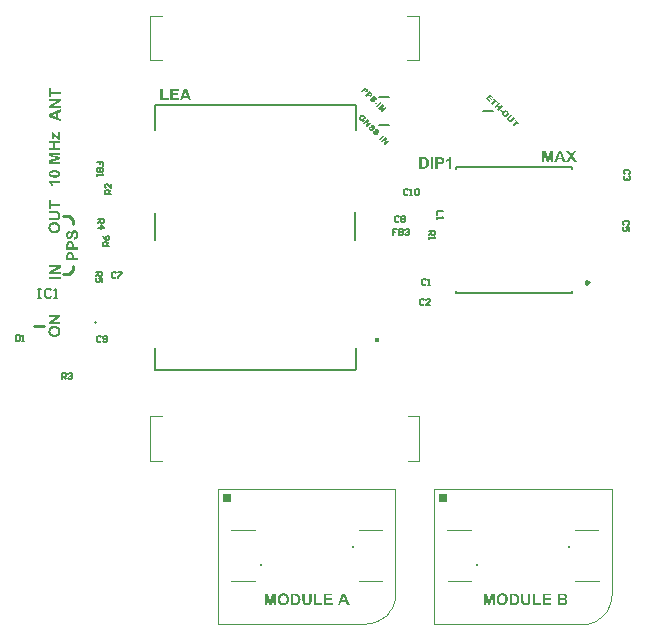
<source format=gto>
G04*
G04 #@! TF.GenerationSoftware,Altium Limited,Altium Designer,21.6.4 (81)*
G04*
G04 Layer_Color=65535*
%FSLAX44Y44*%
%MOMM*%
G71*
G04*
G04 #@! TF.SameCoordinates,D3511B64-A8A5-4C62-8431-0C2E51F58D68*
G04*
G04*
G04 #@! TF.FilePolarity,Positive*
G04*
G01*
G75*
%ADD10C,0.2500*%
%ADD11C,0.2540*%
%ADD12C,0.3800*%
%ADD13C,0.1016*%
%ADD14C,0.2000*%
%ADD15C,0.1524*%
%ADD16C,0.1600*%
%ADD17C,0.1200*%
%ADD18C,0.1200*%
%ADD19C,0.1000*%
%ADD20C,0.1270*%
%ADD21C,0.2032*%
%ADD22R,0.7620X0.7620*%
G36*
X59817Y133909D02*
X53388Y129948D01*
X59817D01*
Y128130D01*
X50061D01*
Y130033D01*
X56631Y134065D01*
X50061D01*
Y135883D01*
X59817D01*
Y133909D01*
D02*
G37*
G36*
X55179Y126565D02*
X55348D01*
X55545Y126537D01*
X55771Y126509D01*
X56039Y126466D01*
X56307Y126424D01*
X56603Y126353D01*
X56913Y126269D01*
X57223Y126156D01*
X57533Y126029D01*
X57829Y125888D01*
X58125Y125705D01*
X58407Y125508D01*
X58675Y125282D01*
X58689Y125268D01*
X58731Y125226D01*
X58802Y125155D01*
X58886Y125042D01*
X58985Y124916D01*
X59098Y124761D01*
X59210Y124577D01*
X59337Y124380D01*
X59464Y124140D01*
X59577Y123886D01*
X59690Y123604D01*
X59788Y123294D01*
X59873Y122970D01*
X59943Y122618D01*
X59986Y122251D01*
X60000Y121856D01*
Y121758D01*
X59986Y121645D01*
X59972Y121504D01*
X59958Y121321D01*
X59929Y121109D01*
X59887Y120870D01*
X59831Y120616D01*
X59760Y120334D01*
X59676Y120066D01*
X59563Y119770D01*
X59436Y119488D01*
X59295Y119192D01*
X59112Y118924D01*
X58914Y118657D01*
X58675Y118403D01*
X58661Y118389D01*
X58618Y118346D01*
X58534Y118290D01*
X58435Y118205D01*
X58294Y118107D01*
X58125Y117994D01*
X57942Y117881D01*
X57716Y117768D01*
X57477Y117641D01*
X57195Y117529D01*
X56898Y117416D01*
X56574Y117317D01*
X56222Y117233D01*
X55841Y117176D01*
X55433Y117134D01*
X55009Y117120D01*
X54995D01*
X54939D01*
X54869D01*
X54756Y117134D01*
X54629D01*
X54488Y117148D01*
X54319Y117162D01*
X54135Y117176D01*
X53741Y117233D01*
X53318Y117303D01*
X52895Y117416D01*
X52500Y117557D01*
X52486D01*
X52472Y117571D01*
X52430Y117599D01*
X52373Y117613D01*
X52232Y117698D01*
X52049Y117797D01*
X51838Y117923D01*
X51626Y118078D01*
X51387Y118262D01*
X51161Y118459D01*
X51147Y118473D01*
X51133Y118487D01*
X51062Y118558D01*
X50950Y118685D01*
X50823Y118840D01*
X50682Y119023D01*
X50527Y119235D01*
X50386Y119474D01*
X50273Y119728D01*
Y119742D01*
X50259Y119770D01*
X50231Y119826D01*
X50217Y119897D01*
X50174Y119982D01*
X50146Y120080D01*
X50118Y120207D01*
X50076Y120334D01*
X50005Y120644D01*
X49935Y120997D01*
X49892Y121405D01*
X49878Y121828D01*
Y121927D01*
X49892Y122040D01*
Y122181D01*
X49921Y122364D01*
X49949Y122575D01*
X49991Y122815D01*
X50047Y123069D01*
X50118Y123337D01*
X50202Y123619D01*
X50315Y123901D01*
X50442Y124197D01*
X50597Y124479D01*
X50780Y124761D01*
X50992Y125028D01*
X51231Y125282D01*
X51246Y125296D01*
X51288Y125338D01*
X51372Y125409D01*
X51471Y125479D01*
X51612Y125578D01*
X51781Y125691D01*
X51979Y125804D01*
X52204Y125931D01*
X52444Y126057D01*
X52726Y126170D01*
X53036Y126283D01*
X53360Y126382D01*
X53727Y126466D01*
X54107Y126523D01*
X54516Y126565D01*
X54953Y126579D01*
X54981D01*
X55052D01*
X55179Y126565D01*
D02*
G37*
G36*
X315581Y305238D02*
X315813Y305231D01*
X316066Y305191D01*
X316325Y305118D01*
X316332Y305112D01*
X316352Y305105D01*
X316385Y305098D01*
X316418Y305078D01*
X316471Y305052D01*
X316538Y305025D01*
X316604Y304985D01*
X316684Y304946D01*
X316764Y304892D01*
X316857Y304826D01*
X316956Y304766D01*
X317056Y304693D01*
X317169Y304607D01*
X317275Y304513D01*
X317508Y304294D01*
X317661Y304141D01*
X317707Y304082D01*
X317834Y303942D01*
X317966Y303783D01*
X318099Y303610D01*
X318212Y303444D01*
X318259Y303357D01*
X318299Y303277D01*
X318305Y303271D01*
Y303258D01*
X318332Y303204D01*
X318359Y303125D01*
X318392Y303025D01*
X318425Y302899D01*
X318452Y302752D01*
X318458Y302600D01*
Y302440D01*
X318452Y302420D01*
Y302367D01*
X318432Y302281D01*
X318412Y302168D01*
X318379Y302041D01*
X318332Y301889D01*
X318265Y301729D01*
X318179Y301563D01*
X316903Y302453D01*
X316910Y302460D01*
X316923Y302500D01*
X316943Y302560D01*
X316970Y302626D01*
X316983Y302706D01*
X316996Y302799D01*
X316990Y302899D01*
X316983Y302998D01*
Y303012D01*
X316976Y303045D01*
X316950Y303098D01*
X316930Y303171D01*
X316890Y303251D01*
X316837Y303331D01*
X316770Y303424D01*
X316684Y303523D01*
X316651Y303557D01*
X316618Y303577D01*
X316544Y303636D01*
X316438Y303703D01*
X316318Y303769D01*
X316172Y303822D01*
X316006Y303856D01*
X315833D01*
X315813Y303849D01*
X315754Y303842D01*
X315654Y303809D01*
X315528Y303763D01*
X315368Y303696D01*
X315288Y303643D01*
X315195Y303590D01*
X315102Y303523D01*
X315003Y303450D01*
X314903Y303364D01*
X314803Y303264D01*
X314797Y303258D01*
X314777Y303238D01*
X314750Y303211D01*
X314717Y303165D01*
X314664Y303111D01*
X314617Y303051D01*
X314504Y302912D01*
X314391Y302746D01*
X314292Y302566D01*
X314212Y302380D01*
X314192Y302294D01*
X314179Y302201D01*
Y302174D01*
Y302121D01*
X314192Y302028D01*
X314219Y301908D01*
X314258Y301776D01*
X314325Y301629D01*
X314424Y301477D01*
X314551Y301324D01*
X314617Y301257D01*
X314670Y301217D01*
X314737Y301164D01*
X314803Y301111D01*
X314963Y301018D01*
X314969Y301011D01*
X315009Y300998D01*
X315056Y300978D01*
X315122Y300952D01*
X315202Y300912D01*
X315302Y300879D01*
X315421Y300839D01*
X315548Y300805D01*
X315893Y301151D01*
X315135Y301908D01*
X315893Y302666D01*
X317634Y300925D01*
X316079Y299370D01*
X316066D01*
X316046Y299377D01*
X315999Y299383D01*
X315940Y299403D01*
X315873Y299417D01*
X315787Y299436D01*
X315594Y299483D01*
X315381Y299549D01*
X315149Y299622D01*
X314923Y299702D01*
X314723Y299795D01*
X314717Y299802D01*
X314697Y299809D01*
X314670Y299822D01*
X314637Y299842D01*
X314591Y299875D01*
X314538Y299902D01*
X314478Y299948D01*
X314411Y299988D01*
X314258Y300101D01*
X314079Y300240D01*
X313893Y300400D01*
X313694Y300586D01*
X313634Y300646D01*
X313594Y300699D01*
X313534Y300759D01*
X313481Y300825D01*
X313414Y300905D01*
X313341Y300991D01*
X313202Y301184D01*
X313062Y301404D01*
X312943Y301629D01*
X312850Y301869D01*
X312843Y301875D01*
Y301902D01*
X312836Y301935D01*
X312823Y301975D01*
X312803Y302101D01*
X312783Y302267D01*
X312770Y302453D01*
X312776Y302673D01*
X312810Y302905D01*
X312869Y303151D01*
X312876Y303158D01*
X312883Y303178D01*
X312896Y303218D01*
X312916Y303264D01*
X312936Y303324D01*
X312969Y303384D01*
X313009Y303464D01*
X313055Y303550D01*
X313095Y303643D01*
X313155Y303743D01*
X313295Y303949D01*
X313461Y304168D01*
X313660Y304381D01*
X313667Y304387D01*
X313687Y304407D01*
X313720Y304440D01*
X313767Y304474D01*
X313820Y304527D01*
X313886Y304580D01*
X313959Y304640D01*
X314046Y304700D01*
X314232Y304832D01*
X314451Y304959D01*
X314684Y305072D01*
X314936Y305165D01*
X314943Y305171D01*
X314969D01*
X315003Y305178D01*
X315056Y305191D01*
X315189Y305218D01*
X315368Y305238D01*
X315581D01*
D02*
G37*
G36*
X324120Y297017D02*
X324273Y296998D01*
X324432Y296958D01*
X324605Y296905D01*
X324612Y296898D01*
X324625D01*
X324652Y296885D01*
X324685Y296865D01*
X324731Y296845D01*
X324785Y296818D01*
X324845Y296785D01*
X324911Y296745D01*
X324984Y296698D01*
X325070Y296639D01*
X325250Y296513D01*
X325443Y296346D01*
X325648Y296154D01*
X325715Y296087D01*
X325755Y296034D01*
X325815Y295974D01*
X325874Y295901D01*
X325941Y295821D01*
X326007Y295728D01*
X326147Y295522D01*
X326280Y295296D01*
X326380Y295064D01*
X326419Y294944D01*
X326446Y294825D01*
X326453Y294818D01*
X326446Y294798D01*
X326459Y294718D01*
X326453Y294592D01*
X326439Y294433D01*
X326426Y294339D01*
X326399Y294246D01*
X326366Y294133D01*
X326326Y294027D01*
X326280Y293914D01*
X326220Y293801D01*
X326140Y293682D01*
X326061Y293562D01*
X324938Y294565D01*
X324951Y294579D01*
X324971Y294612D01*
X325004Y294672D01*
X325037Y294745D01*
X325064Y294825D01*
X325097Y294911D01*
X325117Y295011D01*
Y295104D01*
Y295117D01*
X325110Y295150D01*
X325097Y295190D01*
X325084Y295257D01*
X325051Y295330D01*
X324997Y295409D01*
X324938Y295496D01*
X324858Y295589D01*
X324824Y295622D01*
X324785Y295649D01*
X324731Y295688D01*
X324612Y295768D01*
X324539Y295788D01*
X324472Y295801D01*
X324459D01*
X324446D01*
X324373Y295795D01*
X324273Y295762D01*
X324226Y295728D01*
X324180Y295695D01*
X324173Y295688D01*
X324167Y295682D01*
X324140Y295629D01*
X324107Y295555D01*
X324100Y295509D01*
Y295456D01*
X324107Y295449D01*
Y295423D01*
X324114Y295389D01*
X324133Y295330D01*
X324160Y295263D01*
X324207Y295177D01*
X324260Y295070D01*
X324339Y294951D01*
X324346Y294944D01*
X324366Y294911D01*
X324399Y294864D01*
X324432Y294805D01*
X324479Y294732D01*
X324532Y294639D01*
X324592Y294539D01*
X324652Y294439D01*
X324778Y294220D01*
X324898Y293981D01*
X324997Y293761D01*
X325044Y293662D01*
X325077Y293562D01*
X325084Y293555D01*
Y293542D01*
X325104Y293482D01*
X325124Y293396D01*
X325150Y293276D01*
X325163Y293143D01*
X325177Y292997D01*
X325170Y292844D01*
X325144Y292698D01*
X325137Y292678D01*
X325124Y292638D01*
X325097Y292558D01*
X325057Y292465D01*
X325004Y292359D01*
X324944Y292246D01*
X324851Y292127D01*
X324751Y292013D01*
X324745Y292007D01*
X324738Y292000D01*
X324718Y291980D01*
X324692Y291954D01*
X324612Y291901D01*
X324512Y291828D01*
X324393Y291748D01*
X324240Y291675D01*
X324080Y291608D01*
X323901Y291562D01*
X323881Y291555D01*
X323821Y291548D01*
X323721Y291542D01*
X323595Y291535D01*
X323442Y291542D01*
X323276Y291562D01*
X323103Y291602D01*
X322911Y291661D01*
X322904Y291668D01*
X322891D01*
X322864Y291681D01*
X322831Y291701D01*
X322784Y291721D01*
X322725Y291754D01*
X322665Y291788D01*
X322598Y291828D01*
X322445Y291927D01*
X322266Y292053D01*
X322087Y292206D01*
X321887Y292392D01*
X321801Y292479D01*
X321741Y292552D01*
X321675Y292631D01*
X321595Y292725D01*
X321508Y292824D01*
X321422Y292950D01*
X321249Y293203D01*
X321096Y293475D01*
X321037Y293615D01*
X320997Y293761D01*
X320964Y293901D01*
X320950Y294034D01*
Y294047D01*
X320957Y294067D01*
Y294107D01*
X320964Y294153D01*
X320970Y294213D01*
X320977Y294286D01*
X320997Y294373D01*
X321017Y294459D01*
X321077Y294665D01*
X321170Y294891D01*
X321296Y295110D01*
X321376Y295230D01*
X321462Y295343D01*
X322605Y294346D01*
X322592Y294333D01*
X322565Y294293D01*
X322525Y294240D01*
X322492Y294167D01*
X322399Y293994D01*
X322366Y293894D01*
X322346Y293808D01*
Y293794D01*
Y293741D01*
X322352Y293668D01*
X322366Y293575D01*
X322392Y293456D01*
X322445Y293336D01*
X322519Y293210D01*
X322625Y293090D01*
X322665Y293050D01*
X322711Y293017D01*
X322778Y292964D01*
X322851Y292917D01*
X322931Y292877D01*
X323017Y292844D01*
X323103Y292824D01*
X323117D01*
X323143D01*
X323190Y292831D01*
X323243D01*
X323309Y292844D01*
X323376Y292871D01*
X323442Y292911D01*
X323502Y292957D01*
X323509Y292964D01*
X323529Y292984D01*
X323549Y293017D01*
X323575Y293057D01*
X323595Y293117D01*
X323615Y293176D01*
X323628Y293256D01*
Y293336D01*
Y293349D01*
X323622Y293382D01*
X323602Y293442D01*
X323575Y293522D01*
X323529Y293635D01*
X323469Y293775D01*
X323429Y293854D01*
X323376Y293934D01*
X323323Y294027D01*
X323263Y294127D01*
X323256Y294133D01*
X323236Y294167D01*
X323210Y294220D01*
X323170Y294273D01*
X323130Y294353D01*
X323077Y294446D01*
X323024Y294539D01*
X322970Y294645D01*
X322858Y294891D01*
X322758Y295137D01*
X322685Y295383D01*
X322658Y295502D01*
X322645Y295622D01*
X322651Y295629D01*
X322645Y295649D01*
Y295715D01*
X322651Y295828D01*
X322685Y295968D01*
X322725Y296127D01*
X322791Y296300D01*
X322891Y296466D01*
X322957Y296546D01*
X323030Y296632D01*
X323037Y296639D01*
X323044Y296645D01*
X323077Y296679D01*
X323143Y296732D01*
X323223Y296785D01*
X323323Y296845D01*
X323442Y296911D01*
X323575Y296964D01*
X323721Y297004D01*
X323741Y297011D01*
X323795D01*
X323881Y297017D01*
X323994Y297024D01*
X324120Y297017D01*
D02*
G37*
G36*
X320910Y300772D02*
X320272Y297370D01*
X322293Y299390D01*
X323356Y298327D01*
X319714Y294685D01*
X318651Y295748D01*
X319289Y299124D01*
X317282Y297117D01*
X316225Y298174D01*
X319867Y301815D01*
X320910Y300772D01*
D02*
G37*
G36*
X327795Y293343D02*
X327948Y293323D01*
X328107Y293283D01*
X328280Y293230D01*
X328287Y293223D01*
X328300D01*
X328327Y293210D01*
X328360Y293190D01*
X328406Y293170D01*
X328460Y293143D01*
X328519Y293110D01*
X328586Y293070D01*
X328659Y293024D01*
X328745Y292964D01*
X328925Y292838D01*
X329118Y292671D01*
X329323Y292479D01*
X329390Y292412D01*
X329430Y292359D01*
X329490Y292299D01*
X329549Y292226D01*
X329616Y292146D01*
X329682Y292053D01*
X329822Y291847D01*
X329955Y291621D01*
X330054Y291389D01*
X330094Y291269D01*
X330121Y291150D01*
X330127Y291143D01*
X330121Y291123D01*
X330134Y291043D01*
X330127Y290917D01*
X330114Y290758D01*
X330101Y290665D01*
X330074Y290571D01*
X330041Y290459D01*
X330001Y290352D01*
X329955Y290239D01*
X329895Y290126D01*
X329815Y290007D01*
X329735Y289887D01*
X328612Y290891D01*
X328626Y290904D01*
X328646Y290937D01*
X328679Y290997D01*
X328712Y291070D01*
X328739Y291150D01*
X328772Y291236D01*
X328792Y291336D01*
Y291429D01*
Y291442D01*
X328785Y291475D01*
X328772Y291515D01*
X328759Y291582D01*
X328725Y291655D01*
X328672Y291734D01*
X328612Y291821D01*
X328533Y291914D01*
X328499Y291947D01*
X328460Y291974D01*
X328406Y292013D01*
X328287Y292093D01*
X328214Y292113D01*
X328147Y292127D01*
X328134D01*
X328121D01*
X328047Y292120D01*
X327948Y292087D01*
X327901Y292053D01*
X327855Y292020D01*
X327848Y292013D01*
X327841Y292007D01*
X327815Y291954D01*
X327782Y291881D01*
X327775Y291834D01*
Y291781D01*
X327782Y291774D01*
Y291748D01*
X327788Y291714D01*
X327808Y291655D01*
X327835Y291588D01*
X327881Y291502D01*
X327935Y291395D01*
X328014Y291276D01*
X328021Y291269D01*
X328041Y291236D01*
X328074Y291189D01*
X328107Y291130D01*
X328154Y291057D01*
X328207Y290964D01*
X328267Y290864D01*
X328327Y290764D01*
X328453Y290545D01*
X328573Y290306D01*
X328672Y290086D01*
X328719Y289987D01*
X328752Y289887D01*
X328759Y289880D01*
Y289867D01*
X328778Y289807D01*
X328798Y289721D01*
X328825Y289601D01*
X328838Y289468D01*
X328852Y289322D01*
X328845Y289169D01*
X328818Y289023D01*
X328812Y289003D01*
X328798Y288963D01*
X328772Y288883D01*
X328732Y288790D01*
X328679Y288684D01*
X328619Y288571D01*
X328526Y288452D01*
X328426Y288339D01*
X328420Y288332D01*
X328413Y288325D01*
X328393Y288305D01*
X328367Y288279D01*
X328287Y288226D01*
X328187Y288153D01*
X328068Y288073D01*
X327915Y288000D01*
X327755Y287933D01*
X327576Y287887D01*
X327556Y287880D01*
X327496Y287873D01*
X327396Y287867D01*
X327270Y287860D01*
X327117Y287867D01*
X326951Y287887D01*
X326778Y287927D01*
X326586Y287986D01*
X326579Y287993D01*
X326566D01*
X326539Y288006D01*
X326506Y288026D01*
X326459Y288046D01*
X326399Y288079D01*
X326340Y288113D01*
X326273Y288153D01*
X326120Y288252D01*
X325941Y288379D01*
X325761Y288531D01*
X325562Y288717D01*
X325476Y288804D01*
X325416Y288877D01*
X325350Y288957D01*
X325270Y289050D01*
X325183Y289149D01*
X325097Y289276D01*
X324924Y289528D01*
X324771Y289801D01*
X324711Y289940D01*
X324672Y290086D01*
X324638Y290226D01*
X324625Y290359D01*
Y290372D01*
X324632Y290392D01*
Y290432D01*
X324638Y290478D01*
X324645Y290538D01*
X324652Y290611D01*
X324672Y290698D01*
X324692Y290784D01*
X324751Y290990D01*
X324845Y291216D01*
X324971Y291435D01*
X325051Y291555D01*
X325137Y291668D01*
X326280Y290671D01*
X326267Y290658D01*
X326240Y290618D01*
X326200Y290565D01*
X326167Y290492D01*
X326074Y290319D01*
X326041Y290219D01*
X326021Y290133D01*
Y290120D01*
Y290066D01*
X326027Y289993D01*
X326041Y289900D01*
X326067Y289781D01*
X326120Y289661D01*
X326194Y289535D01*
X326300Y289415D01*
X326340Y289375D01*
X326386Y289342D01*
X326453Y289289D01*
X326526Y289242D01*
X326605Y289202D01*
X326692Y289169D01*
X326778Y289149D01*
X326791D01*
X326818D01*
X326865Y289156D01*
X326918D01*
X326984Y289169D01*
X327051Y289196D01*
X327117Y289236D01*
X327177Y289282D01*
X327184Y289289D01*
X327204Y289309D01*
X327224Y289342D01*
X327250Y289382D01*
X327270Y289442D01*
X327290Y289502D01*
X327303Y289581D01*
Y289661D01*
Y289674D01*
X327297Y289708D01*
X327277Y289767D01*
X327250Y289847D01*
X327204Y289960D01*
X327144Y290100D01*
X327104Y290179D01*
X327051Y290259D01*
X326998Y290352D01*
X326938Y290452D01*
X326931Y290459D01*
X326911Y290492D01*
X326885Y290545D01*
X326845Y290598D01*
X326805Y290678D01*
X326752Y290771D01*
X326698Y290864D01*
X326645Y290970D01*
X326532Y291216D01*
X326433Y291462D01*
X326360Y291708D01*
X326333Y291828D01*
X326320Y291947D01*
X326326Y291954D01*
X326320Y291974D01*
Y292040D01*
X326326Y292153D01*
X326360Y292293D01*
X326399Y292452D01*
X326466Y292625D01*
X326566Y292791D01*
X326632Y292871D01*
X326705Y292957D01*
X326712Y292964D01*
X326718Y292971D01*
X326752Y293004D01*
X326818Y293057D01*
X326898Y293110D01*
X326998Y293170D01*
X327117Y293236D01*
X327250Y293290D01*
X327396Y293329D01*
X327416Y293336D01*
X327469D01*
X327556Y293343D01*
X327669Y293349D01*
X327795Y293343D01*
D02*
G37*
G36*
X334321Y287362D02*
X330679Y283720D01*
X329549Y284850D01*
X333191Y288491D01*
X334321Y287362D01*
D02*
G37*
G36*
X336175Y285508D02*
X335537Y282105D01*
X337557Y284125D01*
X338620Y283062D01*
X334979Y279421D01*
X333915Y280484D01*
X334553Y283860D01*
X332547Y281853D01*
X331490Y282909D01*
X335131Y286551D01*
X336175Y285508D01*
D02*
G37*
G36*
X426718Y320163D02*
X425940Y319385D01*
X424053Y321272D01*
X423475Y320694D01*
X425222Y318947D01*
X424478Y318202D01*
X422730Y319950D01*
X422013Y319232D01*
X423953Y317292D01*
X423129Y316468D01*
X420059Y319538D01*
X423701Y323180D01*
X426718Y320163D01*
D02*
G37*
G36*
X430539Y316342D02*
X429642Y315444D01*
X428492Y316594D01*
X425747Y313850D01*
X424624Y314973D01*
X427369Y317717D01*
X426219Y318867D01*
X427116Y319764D01*
X430539Y316342D01*
D02*
G37*
G36*
X432180Y314700D02*
X430911Y313431D01*
X432147Y312195D01*
X433416Y313464D01*
X434546Y312334D01*
X430904Y308693D01*
X429775Y309822D01*
X431250Y311298D01*
X430014Y312534D01*
X428538Y311059D01*
X427415Y312181D01*
X431057Y315823D01*
X432180Y314700D01*
D02*
G37*
G36*
X434579Y308460D02*
X433795Y307676D01*
X432326Y309145D01*
X433111Y309929D01*
X434579Y308460D01*
D02*
G37*
G36*
X436912Y309105D02*
X436945Y309098D01*
X436998D01*
X437071Y309091D01*
X437158Y309072D01*
X437264Y309058D01*
X437383Y309032D01*
X437510Y308998D01*
X437649Y308952D01*
X437795Y308885D01*
X437955Y308819D01*
X438114Y308726D01*
X438281Y308626D01*
X438453Y308507D01*
X438619Y308367D01*
X438786Y308214D01*
X438872Y308128D01*
X438925Y308061D01*
X438998Y307975D01*
X439071Y307875D01*
X439158Y307762D01*
X439238Y307643D01*
X439324Y307503D01*
X439404Y307357D01*
X439483Y307197D01*
X439550Y307038D01*
X439603Y306865D01*
X439650Y306686D01*
X439676Y306513D01*
X439689Y306327D01*
Y306314D01*
Y306287D01*
X439683Y306227D01*
Y306161D01*
X439663Y306074D01*
X439650Y305968D01*
X439623Y305849D01*
X439590Y305722D01*
X439543Y305583D01*
X439483Y305443D01*
X439417Y305284D01*
X439330Y305131D01*
X439231Y304965D01*
X439118Y304799D01*
X438978Y304632D01*
X438825Y304466D01*
X438819Y304460D01*
X438799Y304440D01*
X438766Y304406D01*
X438719Y304360D01*
X438659Y304313D01*
X438586Y304254D01*
X438513Y304194D01*
X438427Y304121D01*
X438234Y303981D01*
X438021Y303848D01*
X437795Y303729D01*
X437556Y303636D01*
X437550Y303629D01*
X437530Y303622D01*
X437496Y303616D01*
X437450Y303609D01*
X437330Y303582D01*
X437164Y303563D01*
X436978Y303549D01*
X436765D01*
X436546Y303569D01*
X436307Y303622D01*
X436300Y303629D01*
X436280Y303636D01*
X436247Y303642D01*
X436201Y303662D01*
X436141Y303682D01*
X436074Y303709D01*
X436001Y303742D01*
X435915Y303788D01*
X435822Y303842D01*
X435729Y303895D01*
X435516Y304028D01*
X435290Y304200D01*
X435064Y304413D01*
X434964Y304513D01*
X434918Y304573D01*
X434865Y304639D01*
X434798Y304706D01*
X434732Y304799D01*
X434592Y304978D01*
X434459Y305177D01*
X434333Y305397D01*
X434240Y305623D01*
X434234Y305629D01*
X434227Y305649D01*
X434220Y305682D01*
X434214Y305729D01*
X434187Y305849D01*
X434160Y306008D01*
X434134Y306194D01*
X434141Y306413D01*
X434154Y306653D01*
X434200Y306898D01*
X434207Y306905D01*
Y306932D01*
X434227Y306965D01*
X434240Y307018D01*
X434260Y307078D01*
X434287Y307144D01*
X434327Y307224D01*
X434373Y307311D01*
X434420Y307410D01*
X434479Y307510D01*
X434546Y307616D01*
X434626Y307736D01*
X434805Y307968D01*
X435018Y308208D01*
X435031Y308221D01*
X435058Y308248D01*
X435111Y308287D01*
X435171Y308347D01*
X435250Y308414D01*
X435350Y308487D01*
X435463Y308573D01*
X435583Y308653D01*
X435722Y308739D01*
X435868Y308819D01*
X436021Y308892D01*
X436187Y308965D01*
X436360Y309018D01*
X436539Y309065D01*
X436712Y309091D01*
X436898Y309105D01*
X436912D01*
D02*
G37*
G36*
X442348Y304533D02*
X440128Y302313D01*
X440115Y302300D01*
X440081Y302267D01*
X440028Y302200D01*
X439975Y302120D01*
X439922Y302027D01*
X439875Y301928D01*
X439836Y301808D01*
X439822Y301688D01*
Y301675D01*
X439829Y301629D01*
X439836Y301569D01*
X439862Y301489D01*
X439895Y301389D01*
X439949Y301283D01*
X440022Y301170D01*
X440121Y301057D01*
X440168Y301011D01*
X440228Y300964D01*
X440307Y300911D01*
X440401Y300858D01*
X440507Y300805D01*
X440620Y300771D01*
X440739Y300758D01*
X440753D01*
X440799Y300765D01*
X440859Y300771D01*
X440945Y300791D01*
X441038Y300831D01*
X441151Y300891D01*
X441264Y300964D01*
X441377Y301064D01*
X443597Y303283D01*
X444720Y302160D01*
X442547Y299987D01*
X442540Y299981D01*
X442534Y299974D01*
X442494Y299934D01*
X442427Y299881D01*
X442341Y299808D01*
X442228Y299721D01*
X442108Y299642D01*
X441975Y299562D01*
X441829Y299482D01*
X441809Y299476D01*
X441763Y299456D01*
X441690Y299422D01*
X441583Y299396D01*
X441464Y299356D01*
X441317Y299329D01*
X441171Y299303D01*
X441012D01*
X440998D01*
X440939Y299309D01*
X440859D01*
X440759Y299316D01*
X440646Y299336D01*
X440520Y299369D01*
X440394Y299402D01*
X440267Y299449D01*
X440261Y299456D01*
X440248D01*
X440221Y299469D01*
X440188Y299489D01*
X440101Y299535D01*
X439982Y299615D01*
X439849Y299708D01*
X439696Y299821D01*
X439530Y299961D01*
X439357Y300120D01*
X439258Y300220D01*
X439191Y300300D01*
X439105Y300386D01*
X439018Y300499D01*
X438918Y300612D01*
X438812Y300745D01*
X438799Y300758D01*
X438766Y300805D01*
X438713Y300871D01*
X438666Y300958D01*
X438593Y301057D01*
X438533Y301170D01*
X438480Y301290D01*
X438427Y301409D01*
Y301423D01*
X438414Y301462D01*
X438400Y301529D01*
X438380Y301615D01*
X438367Y301722D01*
X438354Y301841D01*
X438347Y301968D01*
X438354Y302107D01*
Y302120D01*
X438360Y302167D01*
X438374Y302247D01*
X438394Y302333D01*
X438414Y302433D01*
X438447Y302546D01*
X438487Y302665D01*
X438540Y302772D01*
X438546Y302778D01*
Y302792D01*
X438566Y302812D01*
X438586Y302845D01*
X438633Y302931D01*
X438699Y303024D01*
X438772Y303137D01*
X438859Y303263D01*
X438958Y303376D01*
X439051Y303483D01*
X441225Y305656D01*
X442348Y304533D01*
D02*
G37*
G36*
X448627Y298253D02*
X447730Y297356D01*
X446581Y298505D01*
X443836Y295761D01*
X442713Y296884D01*
X445458Y299628D01*
X444308Y300778D01*
X445205Y301675D01*
X448627Y298253D01*
D02*
G37*
G36*
X319983Y327148D02*
X320016Y327102D01*
X320069Y327049D01*
X320122Y326982D01*
X320235Y326829D01*
X320341Y326643D01*
X320441Y326437D01*
X320521Y326225D01*
X320541Y326112D01*
X320547Y325999D01*
X320554Y325992D01*
X320547Y325972D01*
X320541Y325939D01*
Y325899D01*
X320527Y325779D01*
X320488Y325633D01*
X320421Y325460D01*
X320335Y325268D01*
X320202Y325068D01*
X320129Y324969D01*
X320029Y324869D01*
X320022Y324862D01*
X320003Y324842D01*
X319976Y324816D01*
X319929Y324782D01*
X319883Y324736D01*
X319816Y324696D01*
X319677Y324596D01*
X319498Y324497D01*
X319291Y324410D01*
X319179Y324377D01*
X319072Y324351D01*
X318953Y324337D01*
X318833D01*
X318826Y324344D01*
X318806Y324337D01*
X318773Y324344D01*
X318727Y324351D01*
X318660Y324364D01*
X318594Y324377D01*
X318514Y324404D01*
X318428Y324437D01*
X318335Y324477D01*
X318235Y324523D01*
X318122Y324583D01*
X318002Y324650D01*
X317883Y324729D01*
X317763Y324822D01*
X317643Y324929D01*
X317511Y325048D01*
X316899Y325660D01*
X315543Y324304D01*
X314414Y325434D01*
X318055Y329076D01*
X319983Y327148D01*
D02*
G37*
G36*
X325432Y321154D02*
X325585Y321134D01*
X325744Y321094D01*
X325917Y321041D01*
X325924Y321035D01*
X325937D01*
X325963Y321021D01*
X325997Y321001D01*
X326043Y320981D01*
X326096Y320955D01*
X326156Y320922D01*
X326223Y320882D01*
X326296Y320835D01*
X326382Y320775D01*
X326562Y320649D01*
X326754Y320483D01*
X326960Y320290D01*
X327027Y320224D01*
X327067Y320171D01*
X327126Y320111D01*
X327186Y320038D01*
X327253Y319958D01*
X327319Y319865D01*
X327459Y319659D01*
X327592Y319433D01*
X327691Y319200D01*
X327731Y319081D01*
X327758Y318961D01*
X327764Y318955D01*
X327758Y318935D01*
X327771Y318855D01*
X327764Y318729D01*
X327751Y318569D01*
X327738Y318476D01*
X327711Y318383D01*
X327678Y318270D01*
X327638Y318164D01*
X327592Y318051D01*
X327532Y317938D01*
X327452Y317818D01*
X327372Y317699D01*
X326249Y318702D01*
X326262Y318715D01*
X326282Y318748D01*
X326316Y318808D01*
X326349Y318881D01*
X326375Y318961D01*
X326409Y319048D01*
X326429Y319147D01*
Y319240D01*
Y319254D01*
X326422Y319287D01*
X326409Y319327D01*
X326395Y319393D01*
X326362Y319466D01*
X326309Y319546D01*
X326249Y319632D01*
X326169Y319725D01*
X326136Y319759D01*
X326096Y319785D01*
X326043Y319825D01*
X325924Y319905D01*
X325850Y319925D01*
X325784Y319938D01*
X325771D01*
X325757D01*
X325684Y319931D01*
X325585Y319898D01*
X325538Y319865D01*
X325492Y319832D01*
X325485Y319825D01*
X325478Y319818D01*
X325452Y319765D01*
X325419Y319692D01*
X325412Y319646D01*
Y319592D01*
X325419Y319586D01*
Y319559D01*
X325425Y319526D01*
X325445Y319466D01*
X325472Y319400D01*
X325518Y319313D01*
X325571Y319207D01*
X325651Y319087D01*
X325658Y319081D01*
X325678Y319048D01*
X325711Y319001D01*
X325744Y318941D01*
X325791Y318868D01*
X325844Y318775D01*
X325904Y318675D01*
X325963Y318576D01*
X326090Y318356D01*
X326209Y318117D01*
X326309Y317898D01*
X326356Y317798D01*
X326389Y317699D01*
X326395Y317692D01*
Y317679D01*
X326415Y317619D01*
X326435Y317532D01*
X326462Y317413D01*
X326475Y317280D01*
X326488Y317134D01*
X326482Y316981D01*
X326455Y316835D01*
X326449Y316815D01*
X326435Y316775D01*
X326409Y316695D01*
X326369Y316602D01*
X326316Y316496D01*
X326256Y316383D01*
X326163Y316263D01*
X326063Y316150D01*
X326056Y316143D01*
X326050Y316137D01*
X326030Y316117D01*
X326003Y316090D01*
X325924Y316037D01*
X325824Y315964D01*
X325704Y315884D01*
X325551Y315811D01*
X325392Y315745D01*
X325213Y315698D01*
X325192Y315692D01*
X325133Y315685D01*
X325033Y315678D01*
X324907Y315672D01*
X324754Y315678D01*
X324588Y315698D01*
X324415Y315738D01*
X324222Y315798D01*
X324216Y315805D01*
X324202D01*
X324176Y315818D01*
X324143Y315838D01*
X324096Y315858D01*
X324036Y315891D01*
X323976Y315924D01*
X323910Y315964D01*
X323757Y316064D01*
X323578Y316190D01*
X323398Y316343D01*
X323199Y316529D01*
X323112Y316615D01*
X323053Y316688D01*
X322986Y316768D01*
X322906Y316861D01*
X322820Y316961D01*
X322734Y317087D01*
X322561Y317340D01*
X322408Y317612D01*
X322348Y317752D01*
X322308Y317898D01*
X322275Y318037D01*
X322262Y318170D01*
Y318184D01*
X322269Y318204D01*
Y318244D01*
X322275Y318290D01*
X322282Y318350D01*
X322289Y318423D01*
X322308Y318509D01*
X322328Y318596D01*
X322388Y318802D01*
X322481Y319028D01*
X322607Y319247D01*
X322687Y319366D01*
X322774Y319480D01*
X323917Y318483D01*
X323903Y318469D01*
X323877Y318430D01*
X323837Y318376D01*
X323804Y318303D01*
X323711Y318130D01*
X323677Y318031D01*
X323657Y317944D01*
Y317931D01*
Y317878D01*
X323664Y317805D01*
X323677Y317712D01*
X323704Y317592D01*
X323757Y317473D01*
X323830Y317346D01*
X323937Y317227D01*
X323976Y317187D01*
X324023Y317154D01*
X324089Y317101D01*
X324162Y317054D01*
X324242Y317014D01*
X324329Y316981D01*
X324415Y316961D01*
X324428D01*
X324455D01*
X324501Y316968D01*
X324555D01*
X324621Y316981D01*
X324688Y317007D01*
X324754Y317047D01*
X324814Y317094D01*
X324820Y317101D01*
X324840Y317120D01*
X324860Y317154D01*
X324887Y317194D01*
X324907Y317253D01*
X324927Y317313D01*
X324940Y317393D01*
Y317473D01*
Y317486D01*
X324933Y317519D01*
X324913Y317579D01*
X324887Y317659D01*
X324840Y317772D01*
X324781Y317911D01*
X324741Y317991D01*
X324688Y318071D01*
X324634Y318164D01*
X324575Y318263D01*
X324568Y318270D01*
X324548Y318303D01*
X324521Y318356D01*
X324482Y318410D01*
X324442Y318489D01*
X324389Y318582D01*
X324335Y318675D01*
X324282Y318782D01*
X324169Y319028D01*
X324070Y319273D01*
X323996Y319519D01*
X323970Y319639D01*
X323956Y319759D01*
X323963Y319765D01*
X323956Y319785D01*
Y319852D01*
X323963Y319965D01*
X323996Y320104D01*
X324036Y320264D01*
X324103Y320437D01*
X324202Y320603D01*
X324269Y320682D01*
X324342Y320769D01*
X324349Y320775D01*
X324355Y320782D01*
X324389Y320815D01*
X324455Y320868D01*
X324535Y320922D01*
X324634Y320981D01*
X324754Y321048D01*
X324887Y321101D01*
X325033Y321141D01*
X325053Y321147D01*
X325106D01*
X325192Y321154D01*
X325305Y321161D01*
X325432Y321154D01*
D02*
G37*
G36*
X323657Y323473D02*
X323691Y323427D01*
X323744Y323374D01*
X323797Y323307D01*
X323910Y323154D01*
X324016Y322968D01*
X324116Y322762D01*
X324196Y322550D01*
X324216Y322437D01*
X324222Y322324D01*
X324229Y322317D01*
X324222Y322297D01*
X324216Y322264D01*
Y322224D01*
X324202Y322104D01*
X324162Y321958D01*
X324096Y321786D01*
X324010Y321593D01*
X323877Y321393D01*
X323804Y321294D01*
X323704Y321194D01*
X323697Y321187D01*
X323677Y321167D01*
X323651Y321141D01*
X323604Y321108D01*
X323558Y321061D01*
X323491Y321021D01*
X323352Y320922D01*
X323172Y320822D01*
X322966Y320736D01*
X322853Y320702D01*
X322747Y320676D01*
X322627Y320662D01*
X322508D01*
X322501Y320669D01*
X322481Y320662D01*
X322448Y320669D01*
X322402Y320676D01*
X322335Y320689D01*
X322269Y320702D01*
X322189Y320729D01*
X322102Y320762D01*
X322009Y320802D01*
X321910Y320849D01*
X321797Y320908D01*
X321677Y320975D01*
X321558Y321054D01*
X321438Y321147D01*
X321318Y321254D01*
X321185Y321373D01*
X320574Y321985D01*
X319218Y320629D01*
X318089Y321759D01*
X321730Y325401D01*
X323657Y323473D01*
D02*
G37*
G36*
X328376Y314914D02*
X327592Y314130D01*
X326123Y315599D01*
X326907Y316383D01*
X328376Y314914D01*
D02*
G37*
G36*
X331958Y315173D02*
X328316Y311532D01*
X327186Y312661D01*
X330828Y316303D01*
X331958Y315173D01*
D02*
G37*
G36*
X333812Y313319D02*
X333174Y309917D01*
X335194Y311937D01*
X336257Y310874D01*
X332615Y307232D01*
X331552Y308295D01*
X332190Y311671D01*
X330183Y309664D01*
X329127Y310721D01*
X332768Y314363D01*
X333812Y313319D01*
D02*
G37*
G36*
X390955Y259689D02*
X389080D01*
Y266752D01*
X389066Y266738D01*
X389038Y266709D01*
X388982Y266667D01*
X388897Y266597D01*
X388798Y266512D01*
X388686Y266427D01*
X388545Y266329D01*
X388390Y266216D01*
X388220Y266103D01*
X388037Y265991D01*
X387840Y265864D01*
X387628Y265751D01*
X387177Y265539D01*
X386670Y265342D01*
Y267034D01*
X386684D01*
X386698Y267048D01*
X386740Y267062D01*
X386797Y267076D01*
X386938Y267146D01*
X387135Y267231D01*
X387375Y267344D01*
X387643Y267499D01*
X387938Y267696D01*
X388249Y267922D01*
X388263Y267936D01*
X388291Y267950D01*
X388333Y267992D01*
X388390Y268049D01*
X388545Y268190D01*
X388714Y268373D01*
X388911Y268598D01*
X389109Y268880D01*
X389292Y269176D01*
X389433Y269501D01*
X390955D01*
Y259689D01*
D02*
G37*
G36*
X381256Y269430D02*
X381623D01*
X382018Y269402D01*
X382412Y269374D01*
X382582Y269360D01*
X382751Y269345D01*
X382892Y269317D01*
X383005Y269289D01*
X383019D01*
X383047Y269275D01*
X383089Y269261D01*
X383145Y269247D01*
X383301Y269176D01*
X383498Y269092D01*
X383709Y268965D01*
X383949Y268796D01*
X384175Y268584D01*
X384400Y268331D01*
Y268316D01*
X384428Y268302D01*
X384457Y268260D01*
X384485Y268204D01*
X384541Y268119D01*
X384583Y268034D01*
X384640Y267936D01*
X384696Y267823D01*
X384795Y267541D01*
X384894Y267231D01*
X384950Y266850D01*
X384978Y266442D01*
Y266427D01*
Y266399D01*
Y266357D01*
Y266287D01*
X384964Y266216D01*
Y266117D01*
X384936Y265920D01*
X384894Y265680D01*
X384837Y265413D01*
X384753Y265159D01*
X384640Y264919D01*
X384626Y264891D01*
X384583Y264820D01*
X384513Y264708D01*
X384414Y264567D01*
X384301Y264426D01*
X384146Y264256D01*
X383991Y264102D01*
X383808Y263960D01*
X383780Y263946D01*
X383723Y263904D01*
X383625Y263848D01*
X383498Y263777D01*
X383343Y263693D01*
X383174Y263622D01*
X382990Y263552D01*
X382793Y263495D01*
X382765D01*
X382723Y263481D01*
X382666D01*
X382596Y263467D01*
X382497Y263453D01*
X382398Y263439D01*
X382271D01*
X382145Y263425D01*
X381990Y263411D01*
X381820Y263397D01*
X381637Y263382D01*
X381440D01*
X381228Y263368D01*
X379480D01*
Y259689D01*
X377507D01*
Y269444D01*
X381101D01*
X381256Y269430D01*
D02*
G37*
G36*
X375618Y259689D02*
X373644D01*
Y269444D01*
X375618D01*
Y259689D01*
D02*
G37*
G36*
X367878Y269430D02*
X368146Y269416D01*
X368442Y269402D01*
X368753Y269360D01*
X369049Y269317D01*
X369316Y269247D01*
X369330D01*
X369359Y269233D01*
X369401Y269219D01*
X369457Y269205D01*
X369627Y269134D01*
X369824Y269035D01*
X370049Y268909D01*
X370303Y268754D01*
X370543Y268570D01*
X370783Y268345D01*
X370797D01*
X370811Y268316D01*
X370881Y268232D01*
X370994Y268091D01*
X371121Y267908D01*
X371276Y267682D01*
X371431Y267414D01*
X371586Y267104D01*
X371713Y266766D01*
Y266752D01*
X371727Y266723D01*
X371741Y266667D01*
X371769Y266597D01*
X371783Y266512D01*
X371811Y266399D01*
X371840Y266272D01*
X371882Y266131D01*
X371910Y265976D01*
X371938Y265793D01*
X371967Y265610D01*
X371981Y265398D01*
X372023Y264961D01*
X372037Y264468D01*
Y264454D01*
Y264412D01*
Y264355D01*
Y264271D01*
X372023Y264158D01*
Y264045D01*
X372009Y263904D01*
X371995Y263749D01*
X371967Y263425D01*
X371910Y263086D01*
X371826Y262734D01*
X371727Y262396D01*
Y262382D01*
X371713Y262353D01*
X371685Y262297D01*
X371656Y262213D01*
X371628Y262128D01*
X371572Y262029D01*
X371459Y261775D01*
X371318Y261508D01*
X371135Y261212D01*
X370923Y260930D01*
X370684Y260662D01*
X370656Y260634D01*
X370585Y260577D01*
X370472Y260493D01*
X370317Y260380D01*
X370120Y260253D01*
X369894Y260126D01*
X369612Y259999D01*
X369302Y259886D01*
X369288D01*
X369274Y259872D01*
X369232D01*
X369189Y259858D01*
X369034Y259830D01*
X368837Y259788D01*
X368597Y259746D01*
X368301Y259717D01*
X367949Y259703D01*
X367568Y259689D01*
X363875D01*
Y269444D01*
X367766D01*
X367878Y269430D01*
D02*
G37*
G36*
X493819Y270310D02*
X497174Y265236D01*
X494806D01*
X492649Y268534D01*
X490478Y265236D01*
X488110D01*
X491479Y270310D01*
X488420Y274991D01*
X490718D01*
X492649Y272073D01*
X494580Y274991D01*
X496878D01*
X493819Y270310D01*
D02*
G37*
G36*
X477269Y265236D02*
X475451D01*
X475437Y272904D01*
X473520Y265236D01*
X471616D01*
X469699Y272904D01*
Y265236D01*
X467881D01*
Y274991D01*
X470827D01*
X472575Y268323D01*
X474309Y274991D01*
X477269D01*
Y265236D01*
D02*
G37*
G36*
X488054D02*
X485925D01*
X485079Y267449D01*
X481160D01*
X480357Y265236D01*
X478270D01*
X482048Y274991D01*
X484135D01*
X488054Y265236D01*
D02*
G37*
G36*
X170901Y317499D02*
X168773D01*
X167927Y319712D01*
X164008D01*
X163204Y317499D01*
X161118D01*
X164896Y327254D01*
X166982D01*
X170901Y317499D01*
D02*
G37*
G36*
X160258Y325605D02*
X155000D01*
Y323448D01*
X159891D01*
Y321799D01*
X155000D01*
Y319148D01*
X160441D01*
Y317499D01*
X153026D01*
Y327254D01*
X160258D01*
Y325605D01*
D02*
G37*
G36*
X146711Y319148D02*
X151616D01*
Y317499D01*
X144737D01*
Y327184D01*
X146711D01*
Y319148D01*
D02*
G37*
G36*
X72263Y207495D02*
X72362Y207481D01*
X72559Y207453D01*
X72813Y207396D01*
X73081Y207312D01*
X73349Y207185D01*
X73631Y207030D01*
X73645D01*
X73659Y207001D01*
X73744Y206945D01*
X73885Y206832D01*
X74040Y206691D01*
X74223Y206508D01*
X74392Y206268D01*
X74561Y206015D01*
X74716Y205704D01*
Y205690D01*
X74730Y205662D01*
X74744Y205620D01*
X74773Y205549D01*
X74801Y205465D01*
X74829Y205366D01*
X74857Y205253D01*
X74885Y205126D01*
X74928Y204972D01*
X74956Y204816D01*
X75012Y204450D01*
X75054Y204041D01*
X75069Y203590D01*
Y203407D01*
X75054Y203280D01*
X75040Y203125D01*
X75026Y202956D01*
X74998Y202758D01*
X74956Y202547D01*
X74857Y202082D01*
X74787Y201842D01*
X74716Y201616D01*
X74618Y201377D01*
X74505Y201151D01*
X74378Y200940D01*
X74223Y200742D01*
X74209Y200728D01*
X74180Y200700D01*
X74138Y200644D01*
X74068Y200587D01*
X73969Y200503D01*
X73856Y200418D01*
X73729Y200319D01*
X73588Y200221D01*
X73419Y200122D01*
X73236Y200023D01*
X73025Y199925D01*
X72799Y199826D01*
X72559Y199756D01*
X72291Y199671D01*
X72010Y199615D01*
X71714Y199572D01*
X71530Y201490D01*
X71544D01*
X71573Y201504D01*
X71629D01*
X71685Y201518D01*
X71855Y201574D01*
X72066Y201645D01*
X72306Y201729D01*
X72545Y201856D01*
X72757Y201997D01*
X72954Y202180D01*
X72968Y202208D01*
X73025Y202279D01*
X73095Y202392D01*
X73180Y202561D01*
X73264Y202772D01*
X73335Y203012D01*
X73391Y203294D01*
X73405Y203618D01*
Y203773D01*
X73377Y203942D01*
X73349Y204154D01*
X73306Y204379D01*
X73236Y204619D01*
X73137Y204845D01*
X73010Y205042D01*
X72996Y205070D01*
X72940Y205126D01*
X72855Y205197D01*
X72743Y205296D01*
X72602Y205380D01*
X72432Y205465D01*
X72263Y205521D01*
X72066Y205535D01*
X72052D01*
X72010D01*
X71939Y205521D01*
X71855Y205507D01*
X71770Y205479D01*
X71671Y205451D01*
X71573Y205394D01*
X71474Y205324D01*
X71460Y205310D01*
X71432Y205282D01*
X71389Y205239D01*
X71333Y205169D01*
X71262Y205070D01*
X71192Y204943D01*
X71121Y204802D01*
X71051Y204619D01*
Y204605D01*
X71023Y204549D01*
X70995Y204450D01*
X70966Y204379D01*
X70952Y204295D01*
X70924Y204196D01*
X70882Y204083D01*
X70854Y203957D01*
X70811Y203815D01*
X70769Y203646D01*
X70727Y203463D01*
X70670Y203266D01*
X70614Y203040D01*
Y203026D01*
X70600Y202970D01*
X70572Y202885D01*
X70543Y202786D01*
X70501Y202660D01*
X70459Y202505D01*
X70402Y202349D01*
X70346Y202166D01*
X70205Y201800D01*
X70036Y201447D01*
X69951Y201264D01*
X69853Y201109D01*
X69754Y200954D01*
X69655Y200827D01*
X69641Y200813D01*
X69613Y200785D01*
X69571Y200742D01*
X69514Y200686D01*
X69430Y200616D01*
X69331Y200545D01*
X69232Y200460D01*
X69106Y200390D01*
X68809Y200221D01*
X68471Y200080D01*
X68288Y200023D01*
X68105Y199981D01*
X67893Y199953D01*
X67682Y199939D01*
X67668D01*
X67654D01*
X67611D01*
X67555D01*
X67414Y199967D01*
X67231Y199995D01*
X67019Y200037D01*
X66780Y200108D01*
X66526Y200207D01*
X66286Y200348D01*
X66272D01*
X66258Y200362D01*
X66173Y200432D01*
X66061Y200517D01*
X65920Y200658D01*
X65765Y200827D01*
X65595Y201038D01*
X65440Y201278D01*
X65299Y201560D01*
Y201574D01*
X65285Y201602D01*
X65271Y201645D01*
X65243Y201701D01*
X65215Y201786D01*
X65187Y201870D01*
X65158Y201983D01*
X65116Y202110D01*
X65060Y202392D01*
X65003Y202716D01*
X64961Y203083D01*
X64947Y203491D01*
Y203661D01*
X64961Y203787D01*
X64975Y203942D01*
X64989Y204126D01*
X65017Y204309D01*
X65046Y204520D01*
X65144Y204972D01*
X65215Y205197D01*
X65285Y205423D01*
X65384Y205648D01*
X65497Y205860D01*
X65624Y206057D01*
X65765Y206240D01*
X65779Y206254D01*
X65807Y206283D01*
X65849Y206325D01*
X65906Y206381D01*
X65990Y206452D01*
X66089Y206536D01*
X66202Y206621D01*
X66329Y206719D01*
X66483Y206804D01*
X66639Y206889D01*
X66822Y206973D01*
X67019Y207044D01*
X67217Y207114D01*
X67442Y207171D01*
X67668Y207213D01*
X67921Y207227D01*
X67992Y205253D01*
X67978D01*
X67964D01*
X67865Y205225D01*
X67738Y205197D01*
X67583Y205141D01*
X67400Y205070D01*
X67231Y204972D01*
X67062Y204845D01*
X66920Y204704D01*
X66906Y204690D01*
X66864Y204633D01*
X66808Y204534D01*
X66751Y204394D01*
X66695Y204224D01*
X66639Y204013D01*
X66596Y203759D01*
X66582Y203463D01*
Y203322D01*
X66596Y203167D01*
X66624Y202984D01*
X66667Y202772D01*
X66737Y202547D01*
X66822Y202335D01*
X66949Y202138D01*
X66963Y202124D01*
X66991Y202096D01*
X67033Y202039D01*
X67104Y201983D01*
X67188Y201926D01*
X67301Y201870D01*
X67414Y201842D01*
X67555Y201828D01*
X67569D01*
X67611D01*
X67682Y201842D01*
X67752Y201870D01*
X67851Y201898D01*
X67950Y201941D01*
X68048Y202011D01*
X68147Y202110D01*
X68161Y202124D01*
X68203Y202194D01*
X68232Y202237D01*
X68260Y202307D01*
X68302Y202378D01*
X68344Y202476D01*
X68387Y202589D01*
X68443Y202716D01*
X68499Y202871D01*
X68556Y203026D01*
X68612Y203223D01*
X68669Y203435D01*
X68725Y203661D01*
X68795Y203914D01*
Y203928D01*
X68809Y203985D01*
X68824Y204055D01*
X68852Y204154D01*
X68880Y204267D01*
X68922Y204408D01*
X68965Y204563D01*
X69007Y204718D01*
X69120Y205056D01*
X69232Y205408D01*
X69359Y205747D01*
X69430Y205888D01*
X69500Y206029D01*
Y206043D01*
X69514Y206057D01*
X69571Y206141D01*
X69655Y206268D01*
X69768Y206423D01*
X69909Y206593D01*
X70078Y206776D01*
X70276Y206959D01*
X70501Y207114D01*
X70529Y207128D01*
X70614Y207171D01*
X70741Y207241D01*
X70924Y207312D01*
X71150Y207382D01*
X71417Y207453D01*
X71714Y207495D01*
X72052Y207509D01*
X72066D01*
X72094D01*
X72136D01*
X72193D01*
X72263Y207495D01*
D02*
G37*
G36*
X68358Y198459D02*
X68457D01*
X68654Y198431D01*
X68894Y198388D01*
X69162Y198332D01*
X69416Y198247D01*
X69655Y198134D01*
X69684Y198120D01*
X69754Y198078D01*
X69867Y198008D01*
X70008Y197909D01*
X70149Y197796D01*
X70318Y197641D01*
X70473Y197486D01*
X70614Y197303D01*
X70628Y197274D01*
X70670Y197218D01*
X70727Y197119D01*
X70797Y196993D01*
X70882Y196838D01*
X70952Y196668D01*
X71023Y196485D01*
X71079Y196288D01*
Y196259D01*
X71093Y196217D01*
Y196161D01*
X71107Y196090D01*
X71121Y195992D01*
X71136Y195893D01*
Y195766D01*
X71150Y195639D01*
X71164Y195484D01*
X71178Y195315D01*
X71192Y195132D01*
Y194934D01*
X71206Y194723D01*
Y192975D01*
X74885D01*
Y191001D01*
X65130D01*
Y194596D01*
X65144Y194751D01*
Y195118D01*
X65173Y195512D01*
X65201Y195907D01*
X65215Y196076D01*
X65229Y196245D01*
X65257Y196386D01*
X65285Y196499D01*
Y196513D01*
X65299Y196542D01*
X65314Y196584D01*
X65328Y196640D01*
X65398Y196795D01*
X65483Y196993D01*
X65609Y197204D01*
X65779Y197444D01*
X65990Y197669D01*
X66244Y197895D01*
X66258D01*
X66272Y197923D01*
X66314Y197951D01*
X66371Y197979D01*
X66455Y198036D01*
X66540Y198078D01*
X66639Y198134D01*
X66751Y198191D01*
X67033Y198290D01*
X67344Y198388D01*
X67724Y198445D01*
X68133Y198473D01*
X68147D01*
X68175D01*
X68218D01*
X68288D01*
X68358Y198459D01*
D02*
G37*
G36*
Y189366D02*
X68457D01*
X68654Y189338D01*
X68894Y189296D01*
X69162Y189239D01*
X69416Y189155D01*
X69655Y189042D01*
X69684Y189028D01*
X69754Y188986D01*
X69867Y188915D01*
X70008Y188816D01*
X70149Y188703D01*
X70318Y188549D01*
X70473Y188393D01*
X70614Y188210D01*
X70628Y188182D01*
X70670Y188126D01*
X70727Y188027D01*
X70797Y187900D01*
X70882Y187745D01*
X70952Y187576D01*
X71023Y187393D01*
X71079Y187195D01*
Y187167D01*
X71093Y187125D01*
Y187068D01*
X71107Y186998D01*
X71121Y186899D01*
X71136Y186800D01*
Y186674D01*
X71150Y186547D01*
X71164Y186392D01*
X71178Y186222D01*
X71192Y186039D01*
Y185842D01*
X71206Y185630D01*
Y183882D01*
X74885D01*
Y181909D01*
X65130D01*
Y185504D01*
X65144Y185659D01*
Y186025D01*
X65173Y186420D01*
X65201Y186814D01*
X65215Y186984D01*
X65229Y187153D01*
X65257Y187294D01*
X65285Y187407D01*
Y187421D01*
X65299Y187449D01*
X65314Y187491D01*
X65328Y187548D01*
X65398Y187703D01*
X65483Y187900D01*
X65609Y188111D01*
X65779Y188351D01*
X65990Y188577D01*
X66244Y188802D01*
X66258D01*
X66272Y188830D01*
X66314Y188859D01*
X66371Y188887D01*
X66455Y188943D01*
X66540Y188986D01*
X66639Y189042D01*
X66751Y189098D01*
X67033Y189197D01*
X67344Y189296D01*
X67724Y189352D01*
X68133Y189380D01*
X68147D01*
X68175D01*
X68218D01*
X68288D01*
X68358Y189366D01*
D02*
G37*
G36*
X427727Y-109799D02*
X425908D01*
X425894Y-102130D01*
X423977Y-109799D01*
X422074D01*
X420157Y-102130D01*
Y-109799D01*
X418338D01*
Y-100044D01*
X421284D01*
X423032Y-106712D01*
X424766Y-100044D01*
X427727D01*
Y-109799D01*
D02*
G37*
G36*
X457922Y-105189D02*
Y-105203D01*
Y-105260D01*
Y-105358D01*
Y-105471D01*
Y-105612D01*
X457908Y-105781D01*
Y-105964D01*
Y-106148D01*
X457880Y-106556D01*
X457852Y-106979D01*
X457838Y-107163D01*
X457810Y-107346D01*
X457781Y-107515D01*
X457753Y-107670D01*
Y-107684D01*
X457739Y-107698D01*
Y-107741D01*
X457725Y-107783D01*
X457683Y-107924D01*
X457626Y-108093D01*
X457542Y-108290D01*
X457443Y-108488D01*
X457316Y-108699D01*
X457161Y-108897D01*
X457147Y-108925D01*
X457091Y-108981D01*
X456992Y-109066D01*
X456865Y-109178D01*
X456696Y-109305D01*
X456499Y-109432D01*
X456273Y-109573D01*
X456019Y-109686D01*
X456005D01*
X455991Y-109700D01*
X455949Y-109714D01*
X455892Y-109728D01*
X455822Y-109756D01*
X455737Y-109785D01*
X455625Y-109813D01*
X455512Y-109827D01*
X455244Y-109883D01*
X454920Y-109940D01*
X454553Y-109968D01*
X454144Y-109982D01*
X453919D01*
X453792Y-109968D01*
X453665D01*
X453510Y-109954D01*
X453355Y-109940D01*
X453017Y-109911D01*
X452664Y-109855D01*
X452312Y-109770D01*
X452157Y-109728D01*
X452016Y-109672D01*
X452002D01*
X451987Y-109658D01*
X451903Y-109615D01*
X451762Y-109545D01*
X451607Y-109446D01*
X451424Y-109319D01*
X451226Y-109178D01*
X451043Y-109009D01*
X450874Y-108826D01*
X450860Y-108798D01*
X450803Y-108742D01*
X450733Y-108629D01*
X450648Y-108488D01*
X450564Y-108333D01*
X450465Y-108149D01*
X450395Y-107952D01*
X450324Y-107741D01*
Y-107726D01*
X450310Y-107698D01*
Y-107656D01*
X450296Y-107585D01*
X450282Y-107501D01*
X450268Y-107388D01*
X450254Y-107261D01*
X450239Y-107120D01*
X450211Y-106951D01*
X450197Y-106768D01*
X450183Y-106571D01*
X450169Y-106345D01*
X450155Y-106105D01*
Y-105837D01*
X450141Y-105555D01*
Y-105260D01*
Y-100044D01*
X452114D01*
Y-105344D01*
Y-105358D01*
Y-105400D01*
Y-105457D01*
Y-105541D01*
Y-105654D01*
Y-105767D01*
X452128Y-106021D01*
Y-106303D01*
X452143Y-106571D01*
X452157Y-106697D01*
Y-106810D01*
X452171Y-106895D01*
X452185Y-106979D01*
Y-107008D01*
X452213Y-107078D01*
X452255Y-107191D01*
X452312Y-107332D01*
X452382Y-107487D01*
X452495Y-107642D01*
X452622Y-107811D01*
X452777Y-107952D01*
X452805Y-107966D01*
X452862Y-108008D01*
X452974Y-108065D01*
X453115Y-108121D01*
X453313Y-108192D01*
X453538Y-108248D01*
X453792Y-108290D01*
X454088Y-108305D01*
X454229D01*
X454370Y-108290D01*
X454553Y-108262D01*
X454765Y-108220D01*
X454962Y-108163D01*
X455173Y-108079D01*
X455343Y-107966D01*
X455357Y-107952D01*
X455413Y-107910D01*
X455484Y-107839D01*
X455568Y-107741D01*
X455653Y-107614D01*
X455737Y-107473D01*
X455808Y-107318D01*
X455850Y-107134D01*
Y-107106D01*
X455864Y-107036D01*
X455878Y-106909D01*
X455906Y-106740D01*
Y-106627D01*
X455921Y-106500D01*
Y-106359D01*
X455935Y-106218D01*
Y-106049D01*
X455949Y-105866D01*
Y-105668D01*
Y-105457D01*
Y-100044D01*
X457922D01*
Y-105189D01*
D02*
G37*
G36*
X485764Y-100058D02*
X486046Y-100072D01*
X486328Y-100086D01*
X486596Y-100114D01*
X486835Y-100142D01*
X486864D01*
X486934Y-100156D01*
X487033Y-100185D01*
X487174Y-100227D01*
X487329Y-100283D01*
X487498Y-100354D01*
X487681Y-100438D01*
X487850Y-100551D01*
X487864Y-100565D01*
X487921Y-100608D01*
X488005Y-100678D01*
X488118Y-100763D01*
X488231Y-100889D01*
X488358Y-101030D01*
X488485Y-101186D01*
X488597Y-101369D01*
X488611Y-101397D01*
X488640Y-101453D01*
X488696Y-101566D01*
X488753Y-101707D01*
X488809Y-101876D01*
X488865Y-102059D01*
X488894Y-102285D01*
X488908Y-102511D01*
Y-102525D01*
Y-102539D01*
Y-102623D01*
X488894Y-102750D01*
X488865Y-102919D01*
X488809Y-103117D01*
X488753Y-103328D01*
X488654Y-103540D01*
X488527Y-103765D01*
X488513Y-103793D01*
X488456Y-103864D01*
X488372Y-103963D01*
X488273Y-104089D01*
X488132Y-104216D01*
X487963Y-104371D01*
X487766Y-104498D01*
X487540Y-104625D01*
X487554D01*
X487583Y-104639D01*
X487625Y-104653D01*
X487681Y-104667D01*
X487850Y-104738D01*
X488048Y-104837D01*
X488259Y-104949D01*
X488499Y-105104D01*
X488710Y-105288D01*
X488908Y-105513D01*
X488922Y-105541D01*
X488978Y-105626D01*
X489063Y-105753D01*
X489147Y-105922D01*
X489232Y-106148D01*
X489316Y-106387D01*
X489373Y-106669D01*
X489387Y-106979D01*
Y-106993D01*
Y-107008D01*
Y-107092D01*
X489373Y-107219D01*
X489345Y-107388D01*
X489316Y-107585D01*
X489260Y-107811D01*
X489175Y-108037D01*
X489077Y-108276D01*
X489063Y-108305D01*
X489020Y-108375D01*
X488950Y-108488D01*
X488851Y-108629D01*
X488738Y-108798D01*
X488583Y-108953D01*
X488428Y-109122D01*
X488231Y-109277D01*
X488203Y-109291D01*
X488132Y-109333D01*
X488019Y-109404D01*
X487864Y-109474D01*
X487667Y-109559D01*
X487441Y-109630D01*
X487188Y-109700D01*
X486906Y-109742D01*
X486849D01*
X486793Y-109756D01*
X486652D01*
X486553Y-109770D01*
X486286D01*
X486116Y-109785D01*
X485694D01*
X485454Y-109799D01*
X481225D01*
Y-100044D01*
X485510D01*
X485764Y-100058D01*
D02*
G37*
G36*
X475572Y-101693D02*
X470314D01*
Y-103850D01*
X475205D01*
Y-105499D01*
X470314D01*
Y-108149D01*
X475755D01*
Y-109799D01*
X468340D01*
Y-100044D01*
X475572D01*
Y-101693D01*
D02*
G37*
G36*
X462025Y-108149D02*
X466930D01*
Y-109799D01*
X460051D01*
Y-100114D01*
X462025D01*
Y-108149D01*
D02*
G37*
G36*
X444333Y-100058D02*
X444601Y-100072D01*
X444897Y-100086D01*
X445207Y-100128D01*
X445503Y-100170D01*
X445771Y-100241D01*
X445785D01*
X445813Y-100255D01*
X445855Y-100269D01*
X445912Y-100283D01*
X446081Y-100354D01*
X446278Y-100452D01*
X446504Y-100579D01*
X446758Y-100734D01*
X446997Y-100918D01*
X447237Y-101143D01*
X447251D01*
X447265Y-101171D01*
X447336Y-101256D01*
X447448Y-101397D01*
X447575Y-101580D01*
X447730Y-101806D01*
X447885Y-102074D01*
X448040Y-102384D01*
X448167Y-102722D01*
Y-102736D01*
X448181Y-102764D01*
X448195Y-102821D01*
X448224Y-102891D01*
X448238Y-102976D01*
X448266Y-103089D01*
X448294Y-103215D01*
X448336Y-103356D01*
X448365Y-103511D01*
X448393Y-103695D01*
X448421Y-103878D01*
X448435Y-104089D01*
X448477Y-104527D01*
X448492Y-105020D01*
Y-105034D01*
Y-105076D01*
Y-105133D01*
Y-105217D01*
X448477Y-105330D01*
Y-105443D01*
X448463Y-105584D01*
X448449Y-105739D01*
X448421Y-106063D01*
X448365Y-106401D01*
X448280Y-106754D01*
X448181Y-107092D01*
Y-107106D01*
X448167Y-107134D01*
X448139Y-107191D01*
X448111Y-107275D01*
X448083Y-107360D01*
X448026Y-107459D01*
X447914Y-107712D01*
X447772Y-107980D01*
X447589Y-108276D01*
X447378Y-108558D01*
X447138Y-108826D01*
X447110Y-108854D01*
X447039Y-108911D01*
X446927Y-108995D01*
X446772Y-109108D01*
X446574Y-109235D01*
X446349Y-109362D01*
X446067Y-109489D01*
X445757Y-109601D01*
X445743D01*
X445728Y-109615D01*
X445686D01*
X445644Y-109630D01*
X445489Y-109658D01*
X445291Y-109700D01*
X445052Y-109742D01*
X444756Y-109770D01*
X444403Y-109785D01*
X444023Y-109799D01*
X440329D01*
Y-100044D01*
X444220D01*
X444333Y-100058D01*
D02*
G37*
G36*
X434239Y-99874D02*
X434380D01*
X434564Y-99903D01*
X434775Y-99931D01*
X435015Y-99973D01*
X435269Y-100029D01*
X435536Y-100100D01*
X435818Y-100185D01*
X436100Y-100297D01*
X436396Y-100424D01*
X436678Y-100579D01*
X436960Y-100763D01*
X437228Y-100974D01*
X437482Y-101214D01*
X437496Y-101228D01*
X437538Y-101270D01*
X437609Y-101355D01*
X437679Y-101453D01*
X437778Y-101594D01*
X437891Y-101763D01*
X438003Y-101961D01*
X438130Y-102186D01*
X438257Y-102426D01*
X438370Y-102708D01*
X438483Y-103018D01*
X438581Y-103342D01*
X438666Y-103709D01*
X438722Y-104089D01*
X438765Y-104498D01*
X438779Y-104935D01*
Y-104964D01*
Y-105034D01*
X438765Y-105161D01*
Y-105330D01*
X438736Y-105527D01*
X438708Y-105753D01*
X438666Y-106021D01*
X438624Y-106289D01*
X438553Y-106585D01*
X438469Y-106895D01*
X438356Y-107205D01*
X438229Y-107515D01*
X438088Y-107811D01*
X437905Y-108107D01*
X437707Y-108389D01*
X437482Y-108657D01*
X437468Y-108671D01*
X437425Y-108713D01*
X437355Y-108784D01*
X437242Y-108868D01*
X437115Y-108967D01*
X436960Y-109080D01*
X436777Y-109193D01*
X436580Y-109319D01*
X436340Y-109446D01*
X436086Y-109559D01*
X435804Y-109672D01*
X435494Y-109770D01*
X435170Y-109855D01*
X434817Y-109926D01*
X434451Y-109968D01*
X434056Y-109982D01*
X433957D01*
X433845Y-109968D01*
X433704Y-109954D01*
X433521Y-109940D01*
X433309Y-109911D01*
X433069Y-109869D01*
X432816Y-109813D01*
X432534Y-109742D01*
X432266Y-109658D01*
X431970Y-109545D01*
X431688Y-109418D01*
X431392Y-109277D01*
X431124Y-109094D01*
X430856Y-108897D01*
X430602Y-108657D01*
X430588Y-108643D01*
X430546Y-108601D01*
X430490Y-108516D01*
X430405Y-108417D01*
X430306Y-108276D01*
X430194Y-108107D01*
X430081Y-107924D01*
X429968Y-107698D01*
X429841Y-107459D01*
X429728Y-107177D01*
X429616Y-106881D01*
X429517Y-106556D01*
X429432Y-106204D01*
X429376Y-105823D01*
X429334Y-105415D01*
X429320Y-104992D01*
Y-104978D01*
Y-104921D01*
Y-104851D01*
X429334Y-104738D01*
Y-104611D01*
X429348Y-104470D01*
X429362Y-104301D01*
X429376Y-104118D01*
X429432Y-103723D01*
X429503Y-103300D01*
X429616Y-102877D01*
X429757Y-102482D01*
Y-102468D01*
X429771Y-102454D01*
X429799Y-102412D01*
X429813Y-102355D01*
X429897Y-102215D01*
X429996Y-102031D01*
X430123Y-101820D01*
X430278Y-101608D01*
X430461Y-101369D01*
X430659Y-101143D01*
X430673Y-101129D01*
X430687Y-101115D01*
X430757Y-101045D01*
X430884Y-100932D01*
X431039Y-100805D01*
X431223Y-100664D01*
X431434Y-100509D01*
X431674Y-100368D01*
X431927Y-100255D01*
X431942D01*
X431970Y-100241D01*
X432026Y-100213D01*
X432097Y-100199D01*
X432181Y-100156D01*
X432280Y-100128D01*
X432407Y-100100D01*
X432534Y-100058D01*
X432844Y-99987D01*
X433196Y-99917D01*
X433605Y-99874D01*
X434028Y-99860D01*
X434127D01*
X434239Y-99874D01*
D02*
G37*
G36*
X242561Y-109799D02*
X240742D01*
X240728Y-102130D01*
X238811Y-109799D01*
X236908D01*
X234991Y-102130D01*
Y-109799D01*
X233172D01*
Y-100044D01*
X236118D01*
X237866Y-106712D01*
X239600Y-100044D01*
X242561D01*
Y-109799D01*
D02*
G37*
G36*
X272756Y-105189D02*
Y-105203D01*
Y-105260D01*
Y-105358D01*
Y-105471D01*
Y-105612D01*
X272742Y-105781D01*
Y-105964D01*
Y-106148D01*
X272714Y-106556D01*
X272686Y-106979D01*
X272672Y-107163D01*
X272644Y-107346D01*
X272615Y-107515D01*
X272587Y-107670D01*
Y-107684D01*
X272573Y-107698D01*
Y-107741D01*
X272559Y-107783D01*
X272517Y-107924D01*
X272460Y-108093D01*
X272376Y-108290D01*
X272277Y-108488D01*
X272150Y-108699D01*
X271995Y-108897D01*
X271981Y-108925D01*
X271925Y-108981D01*
X271826Y-109066D01*
X271699Y-109178D01*
X271530Y-109305D01*
X271333Y-109432D01*
X271107Y-109573D01*
X270853Y-109686D01*
X270839D01*
X270825Y-109700D01*
X270783Y-109714D01*
X270726Y-109728D01*
X270656Y-109756D01*
X270571Y-109785D01*
X270459Y-109813D01*
X270346Y-109827D01*
X270078Y-109883D01*
X269754Y-109940D01*
X269387Y-109968D01*
X268978Y-109982D01*
X268753D01*
X268626Y-109968D01*
X268499D01*
X268344Y-109954D01*
X268189Y-109940D01*
X267851Y-109911D01*
X267498Y-109855D01*
X267146Y-109770D01*
X266991Y-109728D01*
X266850Y-109672D01*
X266836D01*
X266821Y-109658D01*
X266737Y-109615D01*
X266596Y-109545D01*
X266441Y-109446D01*
X266258Y-109319D01*
X266060Y-109178D01*
X265877Y-109009D01*
X265708Y-108826D01*
X265694Y-108798D01*
X265637Y-108742D01*
X265567Y-108629D01*
X265482Y-108488D01*
X265398Y-108333D01*
X265299Y-108149D01*
X265229Y-107952D01*
X265158Y-107741D01*
Y-107726D01*
X265144Y-107698D01*
Y-107656D01*
X265130Y-107585D01*
X265116Y-107501D01*
X265102Y-107388D01*
X265088Y-107261D01*
X265074Y-107120D01*
X265045Y-106951D01*
X265031Y-106768D01*
X265017Y-106571D01*
X265003Y-106345D01*
X264989Y-106105D01*
Y-105837D01*
X264975Y-105555D01*
Y-105260D01*
Y-100044D01*
X266948D01*
Y-105344D01*
Y-105358D01*
Y-105400D01*
Y-105457D01*
Y-105541D01*
Y-105654D01*
Y-105767D01*
X266963Y-106021D01*
Y-106303D01*
X266977Y-106571D01*
X266991Y-106697D01*
Y-106810D01*
X267005Y-106895D01*
X267019Y-106979D01*
Y-107008D01*
X267047Y-107078D01*
X267089Y-107191D01*
X267146Y-107332D01*
X267216Y-107487D01*
X267329Y-107642D01*
X267456Y-107811D01*
X267611Y-107952D01*
X267639Y-107966D01*
X267696Y-108008D01*
X267808Y-108065D01*
X267949Y-108121D01*
X268147Y-108192D01*
X268372Y-108248D01*
X268626Y-108290D01*
X268922Y-108305D01*
X269063D01*
X269204Y-108290D01*
X269387Y-108262D01*
X269599Y-108220D01*
X269796Y-108163D01*
X270007Y-108079D01*
X270177Y-107966D01*
X270191Y-107952D01*
X270247Y-107910D01*
X270318Y-107839D01*
X270402Y-107741D01*
X270487Y-107614D01*
X270571Y-107473D01*
X270642Y-107318D01*
X270684Y-107134D01*
Y-107106D01*
X270698Y-107036D01*
X270712Y-106909D01*
X270741Y-106740D01*
Y-106627D01*
X270755Y-106500D01*
Y-106359D01*
X270769Y-106218D01*
Y-106049D01*
X270783Y-105866D01*
Y-105668D01*
Y-105457D01*
Y-100044D01*
X272756D01*
Y-105189D01*
D02*
G37*
G36*
X304841Y-109799D02*
X302712D01*
X301867Y-107585D01*
X297948D01*
X297144Y-109799D01*
X295058D01*
X298836Y-100044D01*
X300922D01*
X304841Y-109799D01*
D02*
G37*
G36*
X290406Y-101693D02*
X285148D01*
Y-103850D01*
X290039D01*
Y-105499D01*
X285148D01*
Y-108149D01*
X290589D01*
Y-109799D01*
X283174D01*
Y-100044D01*
X290406D01*
Y-101693D01*
D02*
G37*
G36*
X276859Y-108149D02*
X281764D01*
Y-109799D01*
X274885D01*
Y-100114D01*
X276859D01*
Y-108149D01*
D02*
G37*
G36*
X259167Y-100058D02*
X259435Y-100072D01*
X259731Y-100086D01*
X260041Y-100128D01*
X260337Y-100170D01*
X260605Y-100241D01*
X260619D01*
X260647Y-100255D01*
X260689Y-100269D01*
X260746Y-100283D01*
X260915Y-100354D01*
X261112Y-100452D01*
X261338Y-100579D01*
X261592Y-100734D01*
X261831Y-100918D01*
X262071Y-101143D01*
X262085D01*
X262099Y-101171D01*
X262169Y-101256D01*
X262282Y-101397D01*
X262409Y-101580D01*
X262564Y-101806D01*
X262719Y-102074D01*
X262874Y-102384D01*
X263001Y-102722D01*
Y-102736D01*
X263015Y-102764D01*
X263029Y-102821D01*
X263058Y-102891D01*
X263072Y-102976D01*
X263100Y-103089D01*
X263128Y-103215D01*
X263170Y-103356D01*
X263199Y-103511D01*
X263227Y-103695D01*
X263255Y-103878D01*
X263269Y-104089D01*
X263311Y-104527D01*
X263326Y-105020D01*
Y-105034D01*
Y-105076D01*
Y-105133D01*
Y-105217D01*
X263311Y-105330D01*
Y-105443D01*
X263297Y-105584D01*
X263283Y-105739D01*
X263255Y-106063D01*
X263199Y-106401D01*
X263114Y-106754D01*
X263015Y-107092D01*
Y-107106D01*
X263001Y-107134D01*
X262973Y-107191D01*
X262945Y-107275D01*
X262917Y-107360D01*
X262860Y-107459D01*
X262747Y-107712D01*
X262607Y-107980D01*
X262423Y-108276D01*
X262212Y-108558D01*
X261972Y-108826D01*
X261944Y-108854D01*
X261873Y-108911D01*
X261761Y-108995D01*
X261606Y-109108D01*
X261408Y-109235D01*
X261183Y-109362D01*
X260901Y-109489D01*
X260591Y-109601D01*
X260577D01*
X260562Y-109615D01*
X260520D01*
X260478Y-109630D01*
X260323Y-109658D01*
X260126Y-109700D01*
X259886Y-109742D01*
X259590Y-109770D01*
X259237Y-109785D01*
X258857Y-109799D01*
X255163D01*
Y-100044D01*
X259054D01*
X259167Y-100058D01*
D02*
G37*
G36*
X249073Y-99874D02*
X249214D01*
X249398Y-99903D01*
X249609Y-99931D01*
X249849Y-99973D01*
X250103Y-100029D01*
X250370Y-100100D01*
X250652Y-100185D01*
X250934Y-100297D01*
X251230Y-100424D01*
X251512Y-100579D01*
X251794Y-100763D01*
X252062Y-100974D01*
X252316Y-101214D01*
X252330Y-101228D01*
X252372Y-101270D01*
X252443Y-101355D01*
X252513Y-101453D01*
X252612Y-101594D01*
X252724Y-101763D01*
X252837Y-101961D01*
X252964Y-102186D01*
X253091Y-102426D01*
X253204Y-102708D01*
X253317Y-103018D01*
X253415Y-103342D01*
X253500Y-103709D01*
X253556Y-104089D01*
X253599Y-104498D01*
X253613Y-104935D01*
Y-104964D01*
Y-105034D01*
X253599Y-105161D01*
Y-105330D01*
X253570Y-105527D01*
X253542Y-105753D01*
X253500Y-106021D01*
X253458Y-106289D01*
X253387Y-106585D01*
X253302Y-106895D01*
X253190Y-107205D01*
X253063Y-107515D01*
X252922Y-107811D01*
X252739Y-108107D01*
X252541Y-108389D01*
X252316Y-108657D01*
X252302Y-108671D01*
X252259Y-108713D01*
X252189Y-108784D01*
X252076Y-108868D01*
X251949Y-108967D01*
X251794Y-109080D01*
X251611Y-109193D01*
X251413Y-109319D01*
X251174Y-109446D01*
X250920Y-109559D01*
X250638Y-109672D01*
X250328Y-109770D01*
X250004Y-109855D01*
X249651Y-109926D01*
X249285Y-109968D01*
X248890Y-109982D01*
X248792D01*
X248679Y-109968D01*
X248538Y-109954D01*
X248354Y-109940D01*
X248143Y-109911D01*
X247903Y-109869D01*
X247650Y-109813D01*
X247368Y-109742D01*
X247100Y-109658D01*
X246804Y-109545D01*
X246522Y-109418D01*
X246226Y-109277D01*
X245958Y-109094D01*
X245690Y-108897D01*
X245436Y-108657D01*
X245422Y-108643D01*
X245380Y-108601D01*
X245324Y-108516D01*
X245239Y-108417D01*
X245140Y-108276D01*
X245028Y-108107D01*
X244915Y-107924D01*
X244802Y-107698D01*
X244675Y-107459D01*
X244562Y-107177D01*
X244450Y-106881D01*
X244351Y-106556D01*
X244266Y-106204D01*
X244210Y-105823D01*
X244168Y-105415D01*
X244154Y-104992D01*
Y-104978D01*
Y-104921D01*
Y-104851D01*
X244168Y-104738D01*
Y-104611D01*
X244182Y-104470D01*
X244196Y-104301D01*
X244210Y-104118D01*
X244266Y-103723D01*
X244337Y-103300D01*
X244450Y-102877D01*
X244591Y-102482D01*
Y-102468D01*
X244605Y-102454D01*
X244633Y-102412D01*
X244647Y-102355D01*
X244732Y-102215D01*
X244830Y-102031D01*
X244957Y-101820D01*
X245112Y-101608D01*
X245295Y-101369D01*
X245493Y-101143D01*
X245507Y-101129D01*
X245521Y-101115D01*
X245592Y-101045D01*
X245718Y-100932D01*
X245873Y-100805D01*
X246057Y-100664D01*
X246268Y-100509D01*
X246508Y-100368D01*
X246761Y-100255D01*
X246776D01*
X246804Y-100241D01*
X246860Y-100213D01*
X246931Y-100199D01*
X247015Y-100156D01*
X247114Y-100128D01*
X247241Y-100100D01*
X247368Y-100058D01*
X247678Y-99987D01*
X248030Y-99917D01*
X248439Y-99874D01*
X248862Y-99860D01*
X248961D01*
X249073Y-99874D01*
D02*
G37*
G36*
X59817Y284317D02*
X58337D01*
X55306Y286953D01*
X55292Y286967D01*
X55278Y286981D01*
X55179Y287066D01*
X55052Y287178D01*
X54897Y287319D01*
X54728Y287474D01*
X54545Y287643D01*
X54389Y287784D01*
X54248Y287925D01*
Y287869D01*
X54262Y287784D01*
Y287573D01*
X54277Y287418D01*
Y287066D01*
X54291Y284570D01*
X52740D01*
Y290421D01*
X54065D01*
X57181Y287714D01*
X58210Y286769D01*
Y286840D01*
X58196Y286896D01*
Y287023D01*
X58182Y287178D01*
Y287347D01*
X58167Y287502D01*
Y290632D01*
X59817D01*
Y284317D01*
D02*
G37*
G36*
Y281074D02*
X55545D01*
Y277226D01*
X59817D01*
Y275252D01*
X50062D01*
Y277226D01*
X53896D01*
Y281074D01*
X50062D01*
Y283048D01*
X59817D01*
Y281074D01*
D02*
G37*
G36*
Y271432D02*
X52148Y271418D01*
X59817Y269501D01*
Y267598D01*
X52148Y265680D01*
X59817D01*
Y263862D01*
X50062D01*
Y266808D01*
X56729Y268556D01*
X50062Y270290D01*
Y273250D01*
X59817D01*
Y271432D01*
D02*
G37*
G36*
X55461Y258406D02*
X55686Y258392D01*
X55954Y258364D01*
X56236Y258336D01*
X56546Y258308D01*
X56870Y258251D01*
X57209Y258181D01*
X57533Y258110D01*
X57857Y258011D01*
X58182Y257913D01*
X58478Y257772D01*
X58759Y257631D01*
X58999Y257462D01*
X59013Y257448D01*
X59041Y257419D01*
X59098Y257377D01*
X59154Y257321D01*
X59225Y257236D01*
X59309Y257138D01*
X59408Y257011D01*
X59493Y256884D01*
X59591Y256729D01*
X59690Y256574D01*
X59774Y256390D01*
X59845Y256193D01*
X59901Y255982D01*
X59958Y255742D01*
X59986Y255502D01*
X60000Y255249D01*
Y255192D01*
X59986Y255108D01*
Y255009D01*
X59972Y254896D01*
X59944Y254755D01*
X59915Y254600D01*
X59859Y254431D01*
X59803Y254248D01*
X59732Y254064D01*
X59648Y253867D01*
X59535Y253684D01*
X59422Y253486D01*
X59267Y253303D01*
X59112Y253120D01*
X58914Y252951D01*
X58900Y252937D01*
X58858Y252908D01*
X58788Y252866D01*
X58703Y252824D01*
X58576Y252753D01*
X58421Y252683D01*
X58224Y252598D01*
X58012Y252528D01*
X57759Y252443D01*
X57477Y252359D01*
X57152Y252288D01*
X56800Y252232D01*
X56405Y252175D01*
X55968Y252133D01*
X55503Y252105D01*
X54996Y252091D01*
X54981D01*
X54967D01*
X54925D01*
X54869D01*
X54728D01*
X54545Y252105D01*
X54319Y252119D01*
X54051Y252147D01*
X53769Y252175D01*
X53459Y252204D01*
X53135Y252260D01*
X52811Y252316D01*
X52472Y252401D01*
X52148Y252486D01*
X51838Y252598D01*
X51542Y252725D01*
X51260Y252866D01*
X51020Y253035D01*
X51006Y253049D01*
X50978Y253078D01*
X50922Y253120D01*
X50865Y253190D01*
X50781Y253261D01*
X50696Y253360D01*
X50611Y253486D01*
X50513Y253613D01*
X50414Y253768D01*
X50329Y253923D01*
X50245Y254107D01*
X50160Y254304D01*
X50104Y254515D01*
X50047Y254755D01*
X50019Y254995D01*
X50005Y255249D01*
Y255389D01*
X50019Y255488D01*
X50033Y255601D01*
X50062Y255742D01*
X50090Y255883D01*
X50132Y256052D01*
X50188Y256235D01*
X50259Y256404D01*
X50329Y256588D01*
X50428Y256771D01*
X50555Y256954D01*
X50682Y257138D01*
X50837Y257307D01*
X51020Y257462D01*
X51034Y257476D01*
X51077Y257504D01*
X51147Y257546D01*
X51246Y257617D01*
X51387Y257687D01*
X51556Y257772D01*
X51739Y257857D01*
X51979Y257941D01*
X52233Y258026D01*
X52529Y258124D01*
X52853Y258195D01*
X53219Y258265D01*
X53614Y258336D01*
X54037Y258378D01*
X54502Y258406D01*
X55010Y258420D01*
X55024D01*
X55038D01*
X55080D01*
X55136D01*
X55278D01*
X55461Y258406D01*
D02*
G37*
G36*
X59817Y247411D02*
X52754D01*
X52768Y247397D01*
X52796Y247368D01*
X52839Y247312D01*
X52909Y247227D01*
X52994Y247129D01*
X53078Y247016D01*
X53177Y246875D01*
X53290Y246720D01*
X53403Y246551D01*
X53515Y246367D01*
X53642Y246170D01*
X53755Y245959D01*
X53966Y245508D01*
X54164Y245000D01*
X52472D01*
Y245014D01*
X52458Y245028D01*
X52444Y245070D01*
X52430Y245127D01*
X52359Y245268D01*
X52275Y245465D01*
X52162Y245705D01*
X52007Y245973D01*
X51810Y246269D01*
X51584Y246579D01*
X51570Y246593D01*
X51556Y246621D01*
X51514Y246663D01*
X51457Y246720D01*
X51316Y246875D01*
X51133Y247044D01*
X50907Y247241D01*
X50626Y247439D01*
X50329Y247622D01*
X50005Y247763D01*
Y249286D01*
X59817D01*
Y247411D01*
D02*
G37*
G36*
X52437Y324853D02*
X60543D01*
Y322879D01*
X52437D01*
Y319990D01*
X50788D01*
Y327729D01*
X52437D01*
Y324853D01*
D02*
G37*
G36*
X60543Y316620D02*
X54114Y312659D01*
X60543D01*
Y310841D01*
X50788D01*
Y312744D01*
X57357Y316775D01*
X50788D01*
Y318594D01*
X60543D01*
Y316620D01*
D02*
G37*
G36*
Y307655D02*
X58329Y306809D01*
Y302890D01*
X60543Y302086D01*
Y300000D01*
X50788Y303778D01*
Y305864D01*
X60543Y309783D01*
Y307655D01*
D02*
G37*
G36*
X51711Y230022D02*
X59817D01*
Y228049D01*
X51711D01*
Y225159D01*
X50062D01*
Y232898D01*
X51711D01*
Y230022D01*
D02*
G37*
G36*
X55799Y223749D02*
X55982D01*
X56166D01*
X56574Y223721D01*
X56997Y223693D01*
X57181Y223678D01*
X57364Y223650D01*
X57533Y223622D01*
X57688Y223594D01*
X57702D01*
X57716Y223580D01*
X57759D01*
X57801Y223566D01*
X57942Y223524D01*
X58111Y223467D01*
X58308Y223382D01*
X58506Y223284D01*
X58717Y223157D01*
X58914Y223002D01*
X58943Y222988D01*
X58999Y222931D01*
X59084Y222833D01*
X59197Y222706D01*
X59323Y222537D01*
X59450Y222339D01*
X59591Y222114D01*
X59704Y221860D01*
Y221846D01*
X59718Y221832D01*
X59732Y221789D01*
X59746Y221733D01*
X59774Y221663D01*
X59803Y221578D01*
X59831Y221465D01*
X59845Y221353D01*
X59901Y221085D01*
X59958Y220760D01*
X59986Y220394D01*
X60000Y219985D01*
Y219760D01*
X59986Y219633D01*
Y219506D01*
X59972Y219351D01*
X59958Y219196D01*
X59929Y218857D01*
X59873Y218505D01*
X59789Y218153D01*
X59746Y217997D01*
X59690Y217857D01*
Y217842D01*
X59676Y217828D01*
X59633Y217744D01*
X59563Y217603D01*
X59464Y217448D01*
X59337Y217264D01*
X59197Y217067D01*
X59027Y216884D01*
X58844Y216715D01*
X58816Y216700D01*
X58759Y216644D01*
X58647Y216574D01*
X58506Y216489D01*
X58351Y216404D01*
X58167Y216306D01*
X57970Y216235D01*
X57759Y216165D01*
X57744D01*
X57716Y216151D01*
X57674D01*
X57604Y216137D01*
X57519Y216122D01*
X57406Y216108D01*
X57279Y216094D01*
X57138Y216080D01*
X56969Y216052D01*
X56786Y216038D01*
X56589Y216024D01*
X56363Y216010D01*
X56123Y215996D01*
X55855D01*
X55574Y215982D01*
X55278D01*
X50062D01*
Y217955D01*
X55362D01*
X55376D01*
X55419D01*
X55475D01*
X55560D01*
X55672D01*
X55785D01*
X56039Y217969D01*
X56321D01*
X56589Y217983D01*
X56715Y217997D01*
X56828D01*
X56913Y218011D01*
X56997Y218026D01*
X57025D01*
X57096Y218054D01*
X57209Y218096D01*
X57350Y218153D01*
X57505Y218223D01*
X57660Y218336D01*
X57829Y218463D01*
X57970Y218618D01*
X57984Y218646D01*
X58026Y218702D01*
X58083Y218815D01*
X58139Y218956D01*
X58210Y219153D01*
X58266Y219379D01*
X58308Y219633D01*
X58323Y219929D01*
Y220070D01*
X58308Y220211D01*
X58280Y220394D01*
X58238Y220605D01*
X58182Y220803D01*
X58097Y221014D01*
X57984Y221183D01*
X57970Y221197D01*
X57928Y221254D01*
X57857Y221324D01*
X57759Y221409D01*
X57632Y221493D01*
X57491Y221578D01*
X57336Y221649D01*
X57152Y221691D01*
X57124D01*
X57054Y221705D01*
X56927Y221719D01*
X56758Y221747D01*
X56645D01*
X56518Y221761D01*
X56377D01*
X56236Y221775D01*
X56067D01*
X55884Y221789D01*
X55686D01*
X55475D01*
X50062D01*
Y223763D01*
X55207D01*
X55221D01*
X55278D01*
X55376D01*
X55489D01*
X55630D01*
X55799Y223749D01*
D02*
G37*
G36*
X55179Y214445D02*
X55348D01*
X55545Y214417D01*
X55771Y214389D01*
X56039Y214346D01*
X56307Y214304D01*
X56603Y214233D01*
X56913Y214149D01*
X57223Y214036D01*
X57533Y213909D01*
X57829Y213768D01*
X58125Y213585D01*
X58407Y213388D01*
X58675Y213162D01*
X58689Y213148D01*
X58731Y213106D01*
X58802Y213035D01*
X58886Y212922D01*
X58985Y212796D01*
X59098Y212641D01*
X59211Y212457D01*
X59337Y212260D01*
X59464Y212020D01*
X59577Y211767D01*
X59690Y211485D01*
X59789Y211175D01*
X59873Y210850D01*
X59944Y210498D01*
X59986Y210131D01*
X60000Y209737D01*
Y209638D01*
X59986Y209525D01*
X59972Y209384D01*
X59958Y209201D01*
X59929Y208989D01*
X59887Y208750D01*
X59831Y208496D01*
X59760Y208214D01*
X59676Y207946D01*
X59563Y207650D01*
X59436Y207368D01*
X59295Y207072D01*
X59112Y206804D01*
X58914Y206537D01*
X58675Y206283D01*
X58661Y206269D01*
X58618Y206226D01*
X58534Y206170D01*
X58435Y206085D01*
X58294Y205987D01*
X58125Y205874D01*
X57942Y205761D01*
X57716Y205648D01*
X57477Y205522D01*
X57195Y205409D01*
X56899Y205296D01*
X56574Y205197D01*
X56222Y205113D01*
X55841Y205056D01*
X55433Y205014D01*
X55010Y205000D01*
X54996D01*
X54939D01*
X54869D01*
X54756Y205014D01*
X54629D01*
X54488Y205028D01*
X54319Y205042D01*
X54136Y205056D01*
X53741Y205113D01*
X53318Y205183D01*
X52895Y205296D01*
X52500Y205437D01*
X52486D01*
X52472Y205451D01*
X52430Y205479D01*
X52373Y205493D01*
X52233Y205578D01*
X52049Y205677D01*
X51838Y205804D01*
X51626Y205959D01*
X51387Y206142D01*
X51161Y206339D01*
X51147Y206353D01*
X51133Y206367D01*
X51062Y206438D01*
X50950Y206565D01*
X50823Y206720D01*
X50682Y206903D01*
X50527Y207115D01*
X50386Y207354D01*
X50273Y207608D01*
Y207622D01*
X50259Y207650D01*
X50231Y207707D01*
X50217Y207777D01*
X50174Y207862D01*
X50146Y207960D01*
X50118Y208087D01*
X50076Y208214D01*
X50005Y208524D01*
X49935Y208877D01*
X49893Y209286D01*
X49878Y209708D01*
Y209807D01*
X49893Y209920D01*
Y210061D01*
X49921Y210244D01*
X49949Y210455D01*
X49991Y210695D01*
X50047Y210949D01*
X50118Y211217D01*
X50203Y211499D01*
X50315Y211781D01*
X50442Y212077D01*
X50597Y212359D01*
X50781Y212641D01*
X50992Y212908D01*
X51232Y213162D01*
X51246Y213176D01*
X51288Y213218D01*
X51373Y213289D01*
X51471Y213360D01*
X51612Y213458D01*
X51782Y213571D01*
X51979Y213684D01*
X52204Y213811D01*
X52444Y213937D01*
X52726Y214050D01*
X53036Y214163D01*
X53360Y214262D01*
X53727Y214346D01*
X54107Y214403D01*
X54516Y214445D01*
X54953Y214459D01*
X54981D01*
X55052D01*
X55179Y214445D01*
D02*
G37*
G36*
X60274Y175872D02*
X53846Y171911D01*
X60274D01*
Y170093D01*
X50519D01*
Y171996D01*
X57088Y176028D01*
X50519D01*
Y177846D01*
X60274D01*
Y175872D01*
D02*
G37*
G36*
Y166230D02*
X50519D01*
Y168204D01*
X60274D01*
Y166230D01*
D02*
G37*
%LPC*%
G36*
X54911Y124549D02*
X54897D01*
X54840D01*
X54756D01*
X54629Y124535D01*
X54488Y124521D01*
X54333Y124507D01*
X54150Y124493D01*
X53966Y124450D01*
X53558Y124366D01*
X53135Y124239D01*
X52923Y124154D01*
X52740Y124056D01*
X52557Y123929D01*
X52387Y123802D01*
X52373Y123788D01*
X52345Y123774D01*
X52317Y123731D01*
X52261Y123675D01*
X52190Y123590D01*
X52120Y123506D01*
X52049Y123407D01*
X51965Y123280D01*
X51894Y123153D01*
X51824Y122998D01*
X51683Y122674D01*
X51626Y122491D01*
X51598Y122294D01*
X51570Y122082D01*
X51556Y121856D01*
Y121744D01*
X51570Y121659D01*
X51584Y121546D01*
X51598Y121434D01*
X51655Y121152D01*
X51767Y120842D01*
X51824Y120672D01*
X51908Y120503D01*
X52007Y120348D01*
X52120Y120179D01*
X52246Y120024D01*
X52402Y119883D01*
X52416Y119869D01*
X52444Y119855D01*
X52486Y119812D01*
X52557Y119770D01*
X52655Y119714D01*
X52754Y119657D01*
X52881Y119587D01*
X53036Y119516D01*
X53205Y119446D01*
X53388Y119375D01*
X53600Y119319D01*
X53825Y119263D01*
X54079Y119220D01*
X54347Y119178D01*
X54629Y119164D01*
X54939Y119150D01*
X54953D01*
X55009D01*
X55094D01*
X55207Y119164D01*
X55348Y119178D01*
X55517Y119192D01*
X55686Y119220D01*
X55884Y119249D01*
X56292Y119333D01*
X56701Y119474D01*
X56913Y119559D01*
X57110Y119657D01*
X57293Y119784D01*
X57462Y119911D01*
X57477Y119925D01*
X57505Y119953D01*
X57547Y119996D01*
X57589Y120052D01*
X57660Y120123D01*
X57730Y120221D01*
X57815Y120320D01*
X57885Y120447D01*
X58054Y120715D01*
X58181Y121053D01*
X58238Y121236D01*
X58280Y121434D01*
X58308Y121645D01*
X58322Y121856D01*
Y121969D01*
X58308Y122054D01*
X58294Y122153D01*
X58280Y122265D01*
X58210Y122533D01*
X58111Y122843D01*
X58040Y122998D01*
X57970Y123167D01*
X57871Y123323D01*
X57758Y123492D01*
X57632Y123647D01*
X57477Y123788D01*
X57462Y123802D01*
X57434Y123816D01*
X57392Y123858D01*
X57321Y123901D01*
X57223Y123971D01*
X57110Y124027D01*
X56983Y124098D01*
X56828Y124168D01*
X56659Y124239D01*
X56476Y124309D01*
X56264Y124380D01*
X56024Y124436D01*
X55785Y124479D01*
X55517Y124521D01*
X55221Y124535D01*
X54911Y124549D01*
D02*
G37*
G36*
X437138Y307669D02*
X437118Y307663D01*
X437058Y307656D01*
X436965Y307630D01*
X436852Y307583D01*
X436779Y307550D01*
X436699Y307510D01*
X436613Y307463D01*
X436533Y307410D01*
X436440Y307344D01*
X436340Y307271D01*
X436241Y307184D01*
X436141Y307085D01*
X436134Y307078D01*
X436114Y307058D01*
X436088Y307031D01*
X436061Y306992D01*
X436015Y306945D01*
X435968Y306885D01*
X435862Y306752D01*
X435755Y306606D01*
X435662Y306433D01*
X435583Y306261D01*
X435563Y306174D01*
X435549Y306094D01*
X435543Y306074D01*
X435549Y306015D01*
X435563Y305935D01*
X435576Y305828D01*
X435609Y305702D01*
X435676Y305569D01*
X435762Y305430D01*
X435875Y305290D01*
X435908Y305257D01*
X435941Y305237D01*
X436015Y305177D01*
X436107Y305111D01*
X436227Y305058D01*
X436360Y305005D01*
X436506Y304965D01*
X436666D01*
X436686Y304971D01*
X436745Y304978D01*
X436785Y304991D01*
X436838Y305005D01*
X436898Y305025D01*
X436965Y305051D01*
X437031Y305091D01*
X437111Y305131D01*
X437204Y305184D01*
X437290Y305244D01*
X437390Y305317D01*
X437496Y305397D01*
X437603Y305490D01*
X437716Y305603D01*
X437722Y305609D01*
X437736Y305623D01*
X437762Y305649D01*
X437802Y305689D01*
X437835Y305735D01*
X437875Y305789D01*
X437975Y305915D01*
X438068Y306061D01*
X438161Y306221D01*
X438227Y306393D01*
X438254Y306566D01*
X438261Y306586D01*
X438254Y306646D01*
X438241Y306726D01*
X438227Y306832D01*
X438194Y306958D01*
X438128Y307091D01*
X438041Y307231D01*
X437928Y307370D01*
X437915Y307384D01*
X437869Y307417D01*
X437795Y307477D01*
X437702Y307530D01*
X437589Y307590D01*
X437450Y307636D01*
X437297Y307669D01*
X437138D01*
D02*
G37*
G36*
X318447Y327208D02*
X317637Y326397D01*
X317962Y326072D01*
X318029Y326019D01*
X318102Y325959D01*
X318188Y325899D01*
X318288Y325839D01*
X318381Y325799D01*
X318474Y325773D01*
X318487D01*
X318514D01*
X318561Y325779D01*
X318620Y325786D01*
X318687Y325799D01*
X318760Y325832D01*
X318826Y325872D01*
X318899Y325932D01*
X318906Y325939D01*
X318926Y325959D01*
X318953Y325999D01*
X318986Y326045D01*
X319019Y326105D01*
X319046Y326185D01*
X319065Y326258D01*
X319072Y326344D01*
Y326357D01*
Y326384D01*
X319059Y326437D01*
X319039Y326497D01*
X318999Y326577D01*
X318946Y326670D01*
X318866Y326776D01*
X318766Y326889D01*
X318447Y327208D01*
D02*
G37*
G36*
X322122Y323533D02*
X321312Y322723D01*
X321637Y322397D01*
X321704Y322344D01*
X321777Y322284D01*
X321863Y322224D01*
X321963Y322164D01*
X322056Y322124D01*
X322149Y322098D01*
X322162D01*
X322189D01*
X322235Y322104D01*
X322295Y322111D01*
X322362Y322124D01*
X322435Y322158D01*
X322501Y322197D01*
X322574Y322257D01*
X322581Y322264D01*
X322601Y322284D01*
X322627Y322324D01*
X322661Y322370D01*
X322694Y322430D01*
X322720Y322510D01*
X322740Y322583D01*
X322747Y322669D01*
Y322683D01*
Y322709D01*
X322734Y322762D01*
X322714Y322822D01*
X322674Y322902D01*
X322621Y322995D01*
X322541Y323101D01*
X322441Y323214D01*
X322122Y323533D01*
D02*
G37*
G36*
X380946Y267795D02*
X379480D01*
Y265018D01*
X380834D01*
X380932Y265032D01*
X381186D01*
X381440Y265046D01*
X381693Y265074D01*
X381919Y265116D01*
X382018Y265131D01*
X382102Y265159D01*
X382117Y265173D01*
X382173Y265187D01*
X382243Y265229D01*
X382328Y265271D01*
X382427Y265342D01*
X382525Y265427D01*
X382638Y265525D01*
X382723Y265638D01*
X382737Y265652D01*
X382765Y265694D01*
X382793Y265765D01*
X382835Y265864D01*
X382878Y265976D01*
X382920Y266103D01*
X382934Y266244D01*
X382948Y266399D01*
Y266427D01*
Y266484D01*
X382934Y266583D01*
X382906Y266709D01*
X382864Y266850D01*
X382807Y267005D01*
X382737Y267146D01*
X382624Y267287D01*
X382610Y267302D01*
X382568Y267344D01*
X382497Y267400D01*
X382412Y267471D01*
X382300Y267555D01*
X382159Y267626D01*
X382004Y267682D01*
X381834Y267724D01*
X381820D01*
X381764Y267738D01*
X381665Y267753D01*
X381524Y267767D01*
X381341D01*
X381214Y267781D01*
X381087D01*
X380946Y267795D01*
D02*
G37*
G36*
X367131D02*
X365849D01*
Y261338D01*
X367583D01*
X367766Y261353D01*
X367963D01*
X368160Y261381D01*
X368344Y261395D01*
X368499Y261423D01*
X368527D01*
X368583Y261451D01*
X368668Y261479D01*
X368781Y261522D01*
X368908Y261578D01*
X369034Y261649D01*
X369161Y261733D01*
X369288Y261832D01*
X369302Y261846D01*
X369345Y261888D01*
X369401Y261959D01*
X369471Y262057D01*
X369542Y262184D01*
X369641Y262339D01*
X369711Y262537D01*
X369796Y262762D01*
Y262776D01*
X369810Y262790D01*
Y262833D01*
X369824Y262889D01*
X369852Y262945D01*
X369866Y263030D01*
X369908Y263242D01*
X369937Y263495D01*
X369979Y263791D01*
X369993Y264158D01*
X370007Y264553D01*
Y264567D01*
Y264609D01*
Y264665D01*
Y264736D01*
Y264834D01*
X369993Y264947D01*
X369979Y265187D01*
X369951Y265469D01*
X369923Y265765D01*
X369866Y266033D01*
X369796Y266287D01*
Y266301D01*
X369782Y266315D01*
X369753Y266385D01*
X369711Y266498D01*
X369655Y266639D01*
X369570Y266780D01*
X369471Y266935D01*
X369359Y267090D01*
X369232Y267231D01*
X369218Y267245D01*
X369175Y267287D01*
X369091Y267344D01*
X368992Y267414D01*
X368851Y267499D01*
X368696Y267569D01*
X368527Y267640D01*
X368330Y267696D01*
X368316D01*
X368245Y267710D01*
X368132Y267724D01*
X367977Y267753D01*
X367878D01*
X367752Y267767D01*
X367625D01*
X367484Y267781D01*
X367315D01*
X367131Y267795D01*
D02*
G37*
G36*
X483077Y272721D02*
X481752Y269098D01*
X484445D01*
X483077Y272721D01*
D02*
G37*
G36*
X165925Y324985D02*
X164600Y321362D01*
X167292D01*
X165925Y324985D01*
D02*
G37*
G36*
X68175Y196443D02*
X68147D01*
X68091D01*
X67992Y196429D01*
X67865Y196401D01*
X67724Y196358D01*
X67569Y196302D01*
X67428Y196231D01*
X67287Y196119D01*
X67273Y196105D01*
X67231Y196062D01*
X67174Y195992D01*
X67104Y195907D01*
X67019Y195794D01*
X66949Y195653D01*
X66892Y195498D01*
X66850Y195329D01*
Y195315D01*
X66836Y195259D01*
X66822Y195160D01*
X66808Y195019D01*
Y194836D01*
X66794Y194709D01*
Y194582D01*
X66780Y194441D01*
Y192975D01*
X69557D01*
Y194328D01*
X69543Y194427D01*
Y194681D01*
X69528Y194934D01*
X69500Y195188D01*
X69458Y195414D01*
X69444Y195512D01*
X69416Y195597D01*
X69402Y195611D01*
X69387Y195667D01*
X69345Y195738D01*
X69303Y195823D01*
X69232Y195921D01*
X69148Y196020D01*
X69049Y196133D01*
X68936Y196217D01*
X68922Y196231D01*
X68880Y196259D01*
X68809Y196288D01*
X68711Y196330D01*
X68598Y196372D01*
X68471Y196415D01*
X68330Y196429D01*
X68175Y196443D01*
D02*
G37*
G36*
Y187350D02*
X68147D01*
X68091D01*
X67992Y187336D01*
X67865Y187308D01*
X67724Y187266D01*
X67569Y187209D01*
X67428Y187139D01*
X67287Y187026D01*
X67273Y187012D01*
X67231Y186970D01*
X67174Y186899D01*
X67104Y186814D01*
X67019Y186702D01*
X66949Y186561D01*
X66892Y186406D01*
X66850Y186237D01*
Y186222D01*
X66836Y186166D01*
X66822Y186067D01*
X66808Y185926D01*
Y185743D01*
X66794Y185616D01*
Y185489D01*
X66780Y185348D01*
Y183882D01*
X69557D01*
Y185236D01*
X69543Y185334D01*
Y185588D01*
X69528Y185842D01*
X69500Y186096D01*
X69458Y186321D01*
X69444Y186420D01*
X69416Y186504D01*
X69402Y186518D01*
X69387Y186575D01*
X69345Y186645D01*
X69303Y186730D01*
X69232Y186829D01*
X69148Y186927D01*
X69049Y187040D01*
X68936Y187125D01*
X68922Y187139D01*
X68880Y187167D01*
X68809Y187195D01*
X68711Y187237D01*
X68598Y187280D01*
X68471Y187322D01*
X68330Y187336D01*
X68175Y187350D01*
D02*
G37*
G36*
X485158Y-101665D02*
X483198D01*
Y-103920D01*
X485087D01*
X485327Y-103906D01*
X485764D01*
X485849Y-103892D01*
X485933D01*
X485989Y-103878D01*
X486074Y-103864D01*
X486201Y-103822D01*
X486328Y-103779D01*
X486455Y-103723D01*
X486582Y-103652D01*
X486694Y-103554D01*
X486708Y-103540D01*
X486737Y-103497D01*
X486793Y-103441D01*
X486849Y-103342D01*
X486892Y-103230D01*
X486948Y-103103D01*
X486976Y-102948D01*
X486990Y-102778D01*
Y-102764D01*
Y-102708D01*
X486976Y-102623D01*
X486962Y-102511D01*
X486934Y-102398D01*
X486878Y-102285D01*
X486821Y-102158D01*
X486737Y-102045D01*
X486722Y-102031D01*
X486694Y-102003D01*
X486624Y-101947D01*
X486553Y-101890D01*
X486441Y-101834D01*
X486314Y-101777D01*
X486159Y-101735D01*
X485989Y-101707D01*
X485975D01*
X485919Y-101693D01*
X485764D01*
X485679Y-101679D01*
X485313D01*
X485158Y-101665D01*
D02*
G37*
G36*
X485242Y-105541D02*
X483198D01*
Y-108149D01*
X485369D01*
X485581Y-108135D01*
X485806D01*
X486032Y-108121D01*
X486215Y-108107D01*
X486300D01*
X486356Y-108093D01*
X486370D01*
X486427Y-108079D01*
X486511Y-108051D01*
X486610Y-108022D01*
X486722Y-107966D01*
X486849Y-107896D01*
X486962Y-107811D01*
X487075Y-107712D01*
X487089Y-107698D01*
X487117Y-107656D01*
X487160Y-107585D01*
X487216Y-107487D01*
X487272Y-107374D01*
X487315Y-107233D01*
X487343Y-107064D01*
X487357Y-106881D01*
Y-106867D01*
Y-106810D01*
X487343Y-106726D01*
X487329Y-106627D01*
X487300Y-106500D01*
X487258Y-106387D01*
X487202Y-106260D01*
X487131Y-106133D01*
X487117Y-106119D01*
X487089Y-106077D01*
X487047Y-106021D01*
X486976Y-105964D01*
X486892Y-105880D01*
X486779Y-105809D01*
X486652Y-105739D01*
X486511Y-105682D01*
X486497D01*
X486427Y-105654D01*
X486314Y-105640D01*
X486243Y-105626D01*
X486145Y-105612D01*
X486046Y-105598D01*
X485919Y-105584D01*
X485778Y-105570D01*
X485609D01*
X485440Y-105555D01*
X485242Y-105541D01*
D02*
G37*
G36*
X443586Y-101693D02*
X442303D01*
Y-108149D01*
X444037D01*
X444220Y-108135D01*
X444417D01*
X444615Y-108107D01*
X444798Y-108093D01*
X444953Y-108065D01*
X444981D01*
X445038Y-108037D01*
X445122Y-108008D01*
X445235Y-107966D01*
X445362Y-107910D01*
X445489Y-107839D01*
X445616Y-107755D01*
X445743Y-107656D01*
X445757Y-107642D01*
X445799Y-107600D01*
X445855Y-107529D01*
X445926Y-107430D01*
X445996Y-107304D01*
X446095Y-107149D01*
X446166Y-106951D01*
X446250Y-106726D01*
Y-106712D01*
X446264Y-106697D01*
Y-106655D01*
X446278Y-106599D01*
X446306Y-106542D01*
X446320Y-106458D01*
X446363Y-106246D01*
X446391Y-105992D01*
X446433Y-105696D01*
X446447Y-105330D01*
X446461Y-104935D01*
Y-104921D01*
Y-104879D01*
Y-104823D01*
Y-104752D01*
Y-104653D01*
X446447Y-104541D01*
X446433Y-104301D01*
X446405Y-104019D01*
X446377Y-103723D01*
X446320Y-103455D01*
X446250Y-103201D01*
Y-103187D01*
X446236Y-103173D01*
X446208Y-103103D01*
X446166Y-102990D01*
X446109Y-102849D01*
X446025Y-102708D01*
X445926Y-102553D01*
X445813Y-102398D01*
X445686Y-102257D01*
X445672Y-102243D01*
X445630Y-102200D01*
X445545Y-102144D01*
X445447Y-102074D01*
X445306Y-101989D01*
X445150Y-101918D01*
X444981Y-101848D01*
X444784Y-101792D01*
X444770D01*
X444699Y-101777D01*
X444587Y-101763D01*
X444431Y-101735D01*
X444333D01*
X444206Y-101721D01*
X444079D01*
X443938Y-101707D01*
X443769D01*
X443586Y-101693D01*
D02*
G37*
G36*
X434056Y-101538D02*
X433943D01*
X433859Y-101552D01*
X433746Y-101566D01*
X433633Y-101580D01*
X433351Y-101637D01*
X433041Y-101749D01*
X432872Y-101806D01*
X432703Y-101890D01*
X432548Y-101989D01*
X432379Y-102102D01*
X432224Y-102229D01*
X432083Y-102384D01*
X432068Y-102398D01*
X432054Y-102426D01*
X432012Y-102468D01*
X431970Y-102539D01*
X431913Y-102638D01*
X431857Y-102736D01*
X431786Y-102863D01*
X431716Y-103018D01*
X431646Y-103187D01*
X431575Y-103371D01*
X431519Y-103582D01*
X431462Y-103807D01*
X431420Y-104061D01*
X431378Y-104329D01*
X431364Y-104611D01*
X431349Y-104921D01*
Y-104935D01*
Y-104992D01*
Y-105076D01*
X431364Y-105189D01*
X431378Y-105330D01*
X431392Y-105499D01*
X431420Y-105668D01*
X431448Y-105866D01*
X431533Y-106274D01*
X431674Y-106683D01*
X431758Y-106895D01*
X431857Y-107092D01*
X431984Y-107275D01*
X432111Y-107444D01*
X432125Y-107459D01*
X432153Y-107487D01*
X432195Y-107529D01*
X432252Y-107571D01*
X432322Y-107642D01*
X432421Y-107712D01*
X432520Y-107797D01*
X432646Y-107867D01*
X432914Y-108037D01*
X433253Y-108163D01*
X433436Y-108220D01*
X433633Y-108262D01*
X433845Y-108290D01*
X434056Y-108305D01*
X434169D01*
X434254Y-108290D01*
X434352Y-108276D01*
X434465Y-108262D01*
X434733Y-108192D01*
X435043Y-108093D01*
X435198Y-108022D01*
X435367Y-107952D01*
X435522Y-107853D01*
X435691Y-107741D01*
X435846Y-107614D01*
X435987Y-107459D01*
X436002Y-107444D01*
X436016Y-107416D01*
X436058Y-107374D01*
X436100Y-107304D01*
X436171Y-107205D01*
X436227Y-107092D01*
X436298Y-106965D01*
X436368Y-106810D01*
X436438Y-106641D01*
X436509Y-106458D01*
X436580Y-106246D01*
X436636Y-106007D01*
X436678Y-105767D01*
X436721Y-105499D01*
X436735Y-105203D01*
X436749Y-104893D01*
Y-104879D01*
Y-104823D01*
Y-104738D01*
X436735Y-104611D01*
X436721Y-104470D01*
X436706Y-104315D01*
X436692Y-104132D01*
X436650Y-103948D01*
X436565Y-103540D01*
X436438Y-103117D01*
X436354Y-102905D01*
X436255Y-102722D01*
X436128Y-102539D01*
X436002Y-102370D01*
X435987Y-102355D01*
X435973Y-102327D01*
X435931Y-102299D01*
X435875Y-102243D01*
X435790Y-102172D01*
X435705Y-102102D01*
X435607Y-102031D01*
X435480Y-101947D01*
X435353Y-101876D01*
X435198Y-101806D01*
X434874Y-101665D01*
X434691Y-101608D01*
X434493Y-101580D01*
X434282Y-101552D01*
X434056Y-101538D01*
D02*
G37*
G36*
X299865Y-102313D02*
X298540Y-105936D01*
X301232D01*
X299865Y-102313D01*
D02*
G37*
G36*
X258420Y-101693D02*
X257137D01*
Y-108149D01*
X258871D01*
X259054Y-108135D01*
X259251D01*
X259449Y-108107D01*
X259632Y-108093D01*
X259787Y-108065D01*
X259815D01*
X259872Y-108037D01*
X259956Y-108008D01*
X260069Y-107966D01*
X260196Y-107910D01*
X260323Y-107839D01*
X260450Y-107755D01*
X260577Y-107656D01*
X260591Y-107642D01*
X260633Y-107600D01*
X260689Y-107529D01*
X260760Y-107430D01*
X260830Y-107304D01*
X260929Y-107149D01*
X261000Y-106951D01*
X261084Y-106726D01*
Y-106712D01*
X261098Y-106697D01*
Y-106655D01*
X261112Y-106599D01*
X261140Y-106542D01*
X261154Y-106458D01*
X261197Y-106246D01*
X261225Y-105992D01*
X261267Y-105696D01*
X261281Y-105330D01*
X261296Y-104935D01*
Y-104921D01*
Y-104879D01*
Y-104823D01*
Y-104752D01*
Y-104653D01*
X261281Y-104541D01*
X261267Y-104301D01*
X261239Y-104019D01*
X261211Y-103723D01*
X261154Y-103455D01*
X261084Y-103201D01*
Y-103187D01*
X261070Y-103173D01*
X261042Y-103103D01*
X261000Y-102990D01*
X260943Y-102849D01*
X260858Y-102708D01*
X260760Y-102553D01*
X260647Y-102398D01*
X260520Y-102257D01*
X260506Y-102243D01*
X260464Y-102200D01*
X260379Y-102144D01*
X260280Y-102074D01*
X260140Y-101989D01*
X259984Y-101918D01*
X259815Y-101848D01*
X259618Y-101792D01*
X259604D01*
X259533Y-101777D01*
X259421Y-101763D01*
X259265Y-101735D01*
X259167D01*
X259040Y-101721D01*
X258913D01*
X258772Y-101707D01*
X258603D01*
X258420Y-101693D01*
D02*
G37*
G36*
X248890Y-101538D02*
X248777D01*
X248693Y-101552D01*
X248580Y-101566D01*
X248467Y-101580D01*
X248185Y-101637D01*
X247875Y-101749D01*
X247706Y-101806D01*
X247537Y-101890D01*
X247382Y-101989D01*
X247213Y-102102D01*
X247057Y-102229D01*
X246917Y-102384D01*
X246903Y-102398D01*
X246888Y-102426D01*
X246846Y-102468D01*
X246804Y-102539D01*
X246747Y-102638D01*
X246691Y-102736D01*
X246621Y-102863D01*
X246550Y-103018D01*
X246480Y-103187D01*
X246409Y-103371D01*
X246353Y-103582D01*
X246296Y-103807D01*
X246254Y-104061D01*
X246212Y-104329D01*
X246198Y-104611D01*
X246183Y-104921D01*
Y-104935D01*
Y-104992D01*
Y-105076D01*
X246198Y-105189D01*
X246212Y-105330D01*
X246226Y-105499D01*
X246254Y-105668D01*
X246282Y-105866D01*
X246367Y-106274D01*
X246508Y-106683D01*
X246592Y-106895D01*
X246691Y-107092D01*
X246818Y-107275D01*
X246945Y-107444D01*
X246959Y-107459D01*
X246987Y-107487D01*
X247029Y-107529D01*
X247086Y-107571D01*
X247156Y-107642D01*
X247255Y-107712D01*
X247354Y-107797D01*
X247481Y-107867D01*
X247748Y-108037D01*
X248087Y-108163D01*
X248270Y-108220D01*
X248467Y-108262D01*
X248679Y-108290D01*
X248890Y-108305D01*
X249003D01*
X249088Y-108290D01*
X249186Y-108276D01*
X249299Y-108262D01*
X249567Y-108192D01*
X249877Y-108093D01*
X250032Y-108022D01*
X250201Y-107952D01*
X250356Y-107853D01*
X250525Y-107741D01*
X250681Y-107614D01*
X250821Y-107459D01*
X250835Y-107444D01*
X250850Y-107416D01*
X250892Y-107374D01*
X250934Y-107304D01*
X251005Y-107205D01*
X251061Y-107092D01*
X251132Y-106965D01*
X251202Y-106810D01*
X251273Y-106641D01*
X251343Y-106458D01*
X251413Y-106246D01*
X251470Y-106007D01*
X251512Y-105767D01*
X251555Y-105499D01*
X251569Y-105203D01*
X251583Y-104893D01*
Y-104879D01*
Y-104823D01*
Y-104738D01*
X251569Y-104611D01*
X251555Y-104470D01*
X251540Y-104315D01*
X251526Y-104132D01*
X251484Y-103948D01*
X251399Y-103540D01*
X251273Y-103117D01*
X251188Y-102905D01*
X251089Y-102722D01*
X250962Y-102539D01*
X250835Y-102370D01*
X250821Y-102355D01*
X250807Y-102327D01*
X250765Y-102299D01*
X250709Y-102243D01*
X250624Y-102172D01*
X250539Y-102102D01*
X250441Y-102031D01*
X250314Y-101947D01*
X250187Y-101876D01*
X250032Y-101806D01*
X249708Y-101665D01*
X249524Y-101608D01*
X249327Y-101580D01*
X249116Y-101552D01*
X248890Y-101538D01*
D02*
G37*
G36*
X55320Y256447D02*
X55010D01*
X54996D01*
X54939D01*
X54840D01*
X54728D01*
X54587D01*
X54432Y256433D01*
X54248D01*
X54065Y256419D01*
X53671Y256404D01*
X53290Y256376D01*
X53107Y256348D01*
X52923Y256320D01*
X52768Y256292D01*
X52641Y256264D01*
X52627D01*
X52613Y256249D01*
X52543Y256235D01*
X52430Y256193D01*
X52289Y256151D01*
X52148Y256080D01*
X52007Y256010D01*
X51880Y255925D01*
X51782Y255841D01*
X51767Y255826D01*
X51739Y255798D01*
X51711Y255742D01*
X51669Y255671D01*
X51626Y255587D01*
X51584Y255488D01*
X51570Y255375D01*
X51556Y255249D01*
Y255192D01*
X51570Y255122D01*
X51584Y255051D01*
X51612Y254953D01*
X51655Y254854D01*
X51711Y254741D01*
X51782Y254642D01*
X51796Y254628D01*
X51824Y254600D01*
X51880Y254558D01*
X51951Y254501D01*
X52063Y254431D01*
X52190Y254375D01*
X52359Y254304D01*
X52557Y254248D01*
X52571D01*
X52585Y254234D01*
X52641D01*
X52698Y254219D01*
X52782Y254205D01*
X52881Y254191D01*
X52994Y254177D01*
X53135Y254163D01*
X53304Y254135D01*
X53473Y254121D01*
X53685Y254107D01*
X53896Y254093D01*
X54150Y254079D01*
X54404D01*
X54700Y254064D01*
X55010D01*
X55024D01*
X55080D01*
X55179D01*
X55292D01*
X55433D01*
X55588Y254079D01*
X55771D01*
X55954Y254093D01*
X56349Y254107D01*
X56744Y254135D01*
X56927Y254149D01*
X57096Y254177D01*
X57251Y254205D01*
X57392Y254234D01*
X57420Y254248D01*
X57491Y254262D01*
X57604Y254304D01*
X57730Y254346D01*
X57871Y254417D01*
X58012Y254487D01*
X58139Y254572D01*
X58238Y254657D01*
X58252Y254671D01*
X58266Y254699D01*
X58308Y254755D01*
X58337Y254826D01*
X58379Y254910D01*
X58421Y255009D01*
X58435Y255122D01*
X58449Y255249D01*
Y255305D01*
X58435Y255375D01*
X58421Y255446D01*
X58393Y255545D01*
X58365Y255643D01*
X58308Y255742D01*
X58238Y255841D01*
X58224Y255855D01*
X58196Y255883D01*
X58139Y255939D01*
X58055Y255996D01*
X57956Y256052D01*
X57815Y256123D01*
X57660Y256193D01*
X57463Y256249D01*
X57448D01*
X57434Y256264D01*
X57378D01*
X57322Y256278D01*
X57237Y256292D01*
X57138Y256306D01*
X57025Y256334D01*
X56885Y256348D01*
X56729Y256362D01*
X56546Y256390D01*
X56349Y256404D01*
X56123Y256419D01*
X55884Y256433D01*
X55616D01*
X55320Y256447D01*
D02*
G37*
G36*
X56680Y306175D02*
X53057Y304807D01*
X56680Y303482D01*
Y306175D01*
D02*
G37*
G36*
X54911Y212429D02*
X54897D01*
X54840D01*
X54756D01*
X54629Y212415D01*
X54488Y212401D01*
X54333Y212387D01*
X54150Y212373D01*
X53966Y212330D01*
X53558Y212246D01*
X53135Y212119D01*
X52923Y212034D01*
X52740Y211936D01*
X52557Y211809D01*
X52388Y211682D01*
X52373Y211668D01*
X52345Y211654D01*
X52317Y211611D01*
X52261Y211555D01*
X52190Y211471D01*
X52120Y211386D01*
X52049Y211287D01*
X51965Y211160D01*
X51894Y211033D01*
X51824Y210878D01*
X51683Y210554D01*
X51626Y210371D01*
X51598Y210174D01*
X51570Y209962D01*
X51556Y209737D01*
Y209624D01*
X51570Y209539D01*
X51584Y209426D01*
X51598Y209314D01*
X51655Y209032D01*
X51767Y208722D01*
X51824Y208552D01*
X51908Y208383D01*
X52007Y208228D01*
X52120Y208059D01*
X52247Y207904D01*
X52402Y207763D01*
X52416Y207749D01*
X52444Y207735D01*
X52486Y207693D01*
X52557Y207650D01*
X52656Y207594D01*
X52754Y207537D01*
X52881Y207467D01*
X53036Y207397D01*
X53205Y207326D01*
X53389Y207255D01*
X53600Y207199D01*
X53825Y207143D01*
X54079Y207100D01*
X54347Y207058D01*
X54629Y207044D01*
X54939Y207030D01*
X54953D01*
X55010D01*
X55094D01*
X55207Y207044D01*
X55348Y207058D01*
X55517Y207072D01*
X55686Y207100D01*
X55884Y207129D01*
X56293Y207213D01*
X56701Y207354D01*
X56913Y207439D01*
X57110Y207537D01*
X57293Y207664D01*
X57463Y207791D01*
X57477Y207805D01*
X57505Y207833D01*
X57547Y207876D01*
X57589Y207932D01*
X57660Y208003D01*
X57730Y208101D01*
X57815Y208200D01*
X57885Y208327D01*
X58055Y208595D01*
X58182Y208933D01*
X58238Y209116D01*
X58280Y209314D01*
X58308Y209525D01*
X58323Y209737D01*
Y209849D01*
X58308Y209934D01*
X58294Y210033D01*
X58280Y210145D01*
X58210Y210413D01*
X58111Y210723D01*
X58040Y210878D01*
X57970Y211048D01*
X57871Y211203D01*
X57759Y211372D01*
X57632Y211527D01*
X57477Y211668D01*
X57463Y211682D01*
X57434Y211696D01*
X57392Y211738D01*
X57322Y211781D01*
X57223Y211851D01*
X57110Y211908D01*
X56983Y211978D01*
X56828Y212048D01*
X56659Y212119D01*
X56476Y212190D01*
X56264Y212260D01*
X56025Y212316D01*
X55785Y212359D01*
X55517Y212401D01*
X55221Y212415D01*
X54911Y212429D01*
D02*
G37*
%LPD*%
G54D10*
X507260Y163500D02*
X505385Y164583D01*
Y162418D01*
X507260Y163500D01*
G54D11*
X89466Y129614D02*
X89324Y129455D01*
X37940Y126620D02*
X46420D01*
X70946Y174150D02*
Y177080D01*
X67296Y170500D02*
X70946Y174150D01*
X62294Y170500D02*
X67296D01*
X62294Y219740D02*
X67296D01*
X70946Y216090D01*
Y213160D02*
Y216090D01*
G54D12*
X328262Y115000D02*
D03*
G54D13*
X318176Y-125476D02*
X320666Y-125354D01*
X323131Y-124988D01*
X325549Y-124382D01*
X327896Y-123543D01*
X330149Y-122477D01*
X332287Y-121195D01*
X334290Y-119711D01*
X336136Y-118036D01*
X337810Y-116190D01*
X339295Y-114187D01*
X340577Y-112050D01*
X341642Y-109796D01*
X342482Y-107449D01*
X343088Y-105031D01*
X343454Y-102566D01*
X343576Y-100076D01*
X501318Y-125984D02*
X503808Y-125862D01*
X506273Y-125496D01*
X508691Y-124890D01*
X511038Y-124051D01*
X513292Y-122985D01*
X515429Y-121703D01*
X517432Y-120218D01*
X519278Y-118545D01*
X520952Y-116698D01*
X522437Y-114696D01*
X523719Y-112557D01*
X524785Y-110304D01*
X525624Y-107957D01*
X526230Y-105539D01*
X526596Y-103074D01*
X526718Y-100584D01*
G54D14*
X490818Y-59804D02*
Y-60804D01*
Y-59804D01*
Y-60804D01*
X412618Y-75804D02*
Y-74804D01*
Y-75804D01*
Y-74804D01*
X307676Y-59804D02*
Y-60804D01*
Y-59804D01*
Y-60804D01*
X229476Y-75804D02*
Y-74804D01*
Y-75804D01*
Y-74804D01*
X395010Y154000D02*
X493010D01*
X395010Y259250D02*
Y261000D01*
Y154000D02*
Y155750D01*
Y261000D02*
X493010D01*
Y259250D02*
Y261000D01*
Y154000D02*
Y155750D01*
G54D15*
X418144Y308835D02*
X426624D01*
X329448Y296497D02*
X337928D01*
X329448Y320666D02*
X337928D01*
G54D16*
X139985Y89727D02*
Y108015D01*
Y89727D02*
X140112Y89600D01*
X309848D01*
X309975Y89727D01*
Y107634D01*
X309848Y199074D02*
Y222760D01*
X139922Y199201D02*
Y222379D01*
X309975Y292800D02*
Y313628D01*
X140049D02*
X309975D01*
X139858Y313438D02*
X140049Y313628D01*
X139858Y292800D02*
Y313438D01*
G54D17*
X353904Y351454D02*
X363904Y351454D01*
X353904Y389300D02*
X363904Y389300D01*
G54D18*
X364000Y351500D02*
Y389300D01*
X136000D02*
X146000D01*
X136000Y351500D02*
Y389300D01*
Y351500D02*
X146000D01*
X136000Y12300D02*
X146000D01*
X136000Y50100D02*
X146000D01*
X354000D02*
X364000D01*
X354000Y12300D02*
X364000D01*
Y50100D01*
X136000Y12300D02*
Y50100D01*
X354000D02*
X364000D01*
X136000D02*
X146000D01*
X136000Y351500D02*
X146000D01*
G54D19*
X495818Y-89054D02*
X515818D01*
X495818D02*
X515818D01*
X495818Y-46554D02*
X515618D01*
X495818D02*
X515618D01*
X387618D02*
X407618D01*
X387618D02*
X407618D01*
X387818Y-89054D02*
X407618D01*
X387818D02*
X407618D01*
X376718Y-11430D02*
X526718D01*
X376718Y-125984D02*
X501318D01*
X376718D02*
Y-11430D01*
X526718Y-100584D02*
Y-11430D01*
X312676Y-46554D02*
X332476D01*
X312676D02*
X332476D01*
X312676Y-89054D02*
X332676D01*
X312676D02*
X332676D01*
X204676D02*
X224476D01*
X204676D02*
X224476D01*
X204476Y-46554D02*
X224476D01*
X204476D02*
X224476D01*
X343576Y-100076D02*
Y-11430D01*
X193576D02*
X343576D01*
X193576Y-125476D02*
Y-11430D01*
Y-125476D02*
X318176D01*
G54D20*
X354428Y241557D02*
X353582Y242403D01*
X351889D01*
X351043Y241557D01*
Y238171D01*
X351889Y237325D01*
X353582D01*
X354428Y238171D01*
X356121Y237325D02*
X357814D01*
X356967D01*
Y242403D01*
X356121Y241557D01*
X360353D02*
X361199Y242403D01*
X362892D01*
X363738Y241557D01*
Y238171D01*
X362892Y237325D01*
X361199D01*
X360353Y238171D01*
Y241557D01*
X541072Y255388D02*
X541902Y256251D01*
X541868Y257943D01*
X541005Y258773D01*
X537621Y258706D01*
X536791Y257843D01*
X536824Y256150D01*
X537687Y255321D01*
X541106Y253695D02*
X541969Y252866D01*
X542002Y251173D01*
X541172Y250310D01*
X540326Y250294D01*
X539463Y251123D01*
X539447Y251970D01*
X539463Y251123D01*
X538634Y250260D01*
X537788Y250244D01*
X536925Y251073D01*
X536891Y252766D01*
X537721Y253629D01*
X383702Y224191D02*
X378623Y224159D01*
X378645Y220773D01*
X378656Y219080D02*
X378666Y217388D01*
X378661Y218234D01*
X383739Y218266D01*
X382888Y219107D01*
X372275Y207278D02*
X377354D01*
Y204739D01*
X376507Y203892D01*
X374814D01*
X373968Y204739D01*
Y207278D01*
Y205585D02*
X372275Y203892D01*
Y202199D02*
Y200507D01*
Y201353D01*
X377354D01*
X376507Y202199D01*
X101532Y194202D02*
X96454Y194209D01*
X96458Y196749D01*
X97306Y197594D01*
X98999Y197591D01*
X99844Y196743D01*
X99840Y194204D01*
X99842Y195897D02*
X101538Y197587D01*
X96468Y202673D02*
X97311Y200979D01*
X99001Y199284D01*
X100694Y199281D01*
X101542Y200126D01*
X101545Y201819D01*
X100699Y202667D01*
X99853Y202668D01*
X99005Y201823D01*
X99001Y199284D01*
X22550Y118773D02*
Y113695D01*
X25089D01*
X25935Y114541D01*
Y117927D01*
X25089Y118773D01*
X22550D01*
X27628Y113695D02*
X29321D01*
X28474D01*
Y118773D01*
X27628Y117927D01*
X94305Y116807D02*
X93458Y117653D01*
X91765D01*
X90919Y116807D01*
Y113421D01*
X91765Y112575D01*
X93458D01*
X94305Y113421D01*
X95997D02*
X96844Y112575D01*
X98537D01*
X99383Y113421D01*
Y116807D01*
X98537Y117653D01*
X96844D01*
X95997Y116807D01*
Y115961D01*
X96844Y115114D01*
X99383D01*
X61175Y81494D02*
Y86572D01*
X63714D01*
X64560Y85726D01*
Y84033D01*
X63714Y83187D01*
X61175D01*
X62868D02*
X64560Y81494D01*
X66253Y85726D02*
X67100Y86572D01*
X68793D01*
X69639Y85726D01*
Y84880D01*
X68793Y84033D01*
X67946D01*
X68793D01*
X69639Y83187D01*
Y82340D01*
X68793Y81494D01*
X67100D01*
X66253Y82340D01*
X107163Y171429D02*
X106321Y172280D01*
X104628Y172289D01*
X103777Y171447D01*
X103759Y168062D01*
X104601Y167211D01*
X106294Y167202D01*
X107145Y168044D01*
X108860Y172267D02*
X112245Y172249D01*
X112241Y171402D01*
X108837Y168035D01*
X108833Y167188D01*
X90078Y171822D02*
X95156D01*
Y169283D01*
X94310Y168437D01*
X92617D01*
X91770Y169283D01*
Y171822D01*
Y170129D02*
X90078Y168437D01*
X95156Y163358D02*
Y166744D01*
X92617D01*
X93463Y165051D01*
Y164205D01*
X92617Y163358D01*
X90924D01*
X90078Y164205D01*
Y165897D01*
X90924Y166744D01*
X92058Y217392D02*
X97137D01*
Y214853D01*
X96290Y214007D01*
X94597D01*
X93751Y214853D01*
Y217392D01*
Y215700D02*
X92058Y214007D01*
Y209775D02*
X97137D01*
X94597Y212314D01*
Y208928D01*
X102701Y238421D02*
X97622Y238411D01*
X97617Y240950D01*
X98462Y241798D01*
X100155Y241802D01*
X101003Y240957D01*
X101008Y238418D01*
X101004Y240110D02*
X102694Y241807D01*
X102684Y246885D02*
X102691Y243499D01*
X99298Y246878D01*
X98452Y246877D01*
X97607Y246029D01*
X97611Y244336D01*
X98459Y243491D01*
X346840Y218520D02*
X345993Y219365D01*
X344300Y219362D01*
X343455Y218514D01*
X343461Y215128D01*
X344309Y214284D01*
X346002Y214287D01*
X346846Y215135D01*
X348533Y218523D02*
X349378Y219371D01*
X351071Y219374D01*
X351919Y218529D01*
X351920Y217683D01*
X351075Y216835D01*
X351923Y215990D01*
X351925Y215144D01*
X351080Y214296D01*
X349387Y214293D01*
X348539Y215138D01*
X348538Y215984D01*
X349383Y216832D01*
X348535Y217677D01*
X348533Y218523D01*
X349383Y216832D02*
X351075Y216835D01*
X345009Y208607D02*
X341624D01*
Y206068D01*
X343316D01*
X341624D01*
Y203528D01*
X346702Y208607D02*
Y203528D01*
X349241D01*
X350088Y204375D01*
Y205221D01*
X349241Y206068D01*
X346702D01*
X349241D01*
X350088Y206914D01*
Y207760D01*
X349241Y208607D01*
X346702D01*
X351780Y207760D02*
X352627Y208607D01*
X354319D01*
X355166Y207760D01*
Y206914D01*
X354319Y206068D01*
X353473D01*
X354319D01*
X355166Y205221D01*
Y204375D01*
X354319Y203528D01*
X352627D01*
X351780Y204375D01*
X540587Y212260D02*
X541439Y213100D01*
X541450Y214793D01*
X540609Y215645D01*
X537224Y215667D01*
X536372Y214826D01*
X536361Y213133D01*
X537202Y212282D01*
X541400Y207176D02*
X541423Y210561D01*
X538883Y210578D01*
X539719Y208880D01*
X539713Y208033D01*
X538861Y207192D01*
X537169Y207203D01*
X536328Y208055D01*
X536339Y209748D01*
X537191Y210589D01*
X95972Y261500D02*
Y264885D01*
X93433D01*
Y263193D01*
Y264885D01*
X90894D01*
X95972Y259807D02*
X90894D01*
Y257268D01*
X91740Y256422D01*
X92587D01*
X93433Y257268D01*
Y259807D01*
Y257268D01*
X94279Y256422D01*
X95126D01*
X95972Y257268D01*
Y259807D01*
X90894Y254729D02*
Y253036D01*
Y253882D01*
X95972D01*
X95126Y254729D01*
X367708Y148759D02*
X366861Y149605D01*
X365168D01*
X364322Y148759D01*
Y145373D01*
X365168Y144527D01*
X366861D01*
X367708Y145373D01*
X372786Y144527D02*
X369400D01*
X372786Y147912D01*
Y148759D01*
X371940Y149605D01*
X370247D01*
X369400Y148759D01*
X369824Y165269D02*
X368978Y166115D01*
X367285D01*
X366438Y165269D01*
Y161883D01*
X367285Y161037D01*
X368978D01*
X369824Y161883D01*
X371517Y161037D02*
X373210D01*
X372363D01*
Y166115D01*
X371517Y165269D01*
G54D21*
X40748Y158039D02*
X43287D01*
X42017D01*
Y150421D01*
X40748D01*
X43287D01*
X52174Y156769D02*
X50904Y158039D01*
X48365D01*
X47096Y156769D01*
Y151691D01*
X48365Y150421D01*
X50904D01*
X52174Y151691D01*
X54713Y150421D02*
X57252D01*
X55983D01*
Y158039D01*
X54713Y156769D01*
G54D22*
X201168Y-19050D02*
D03*
X384302D02*
D03*
M02*

</source>
